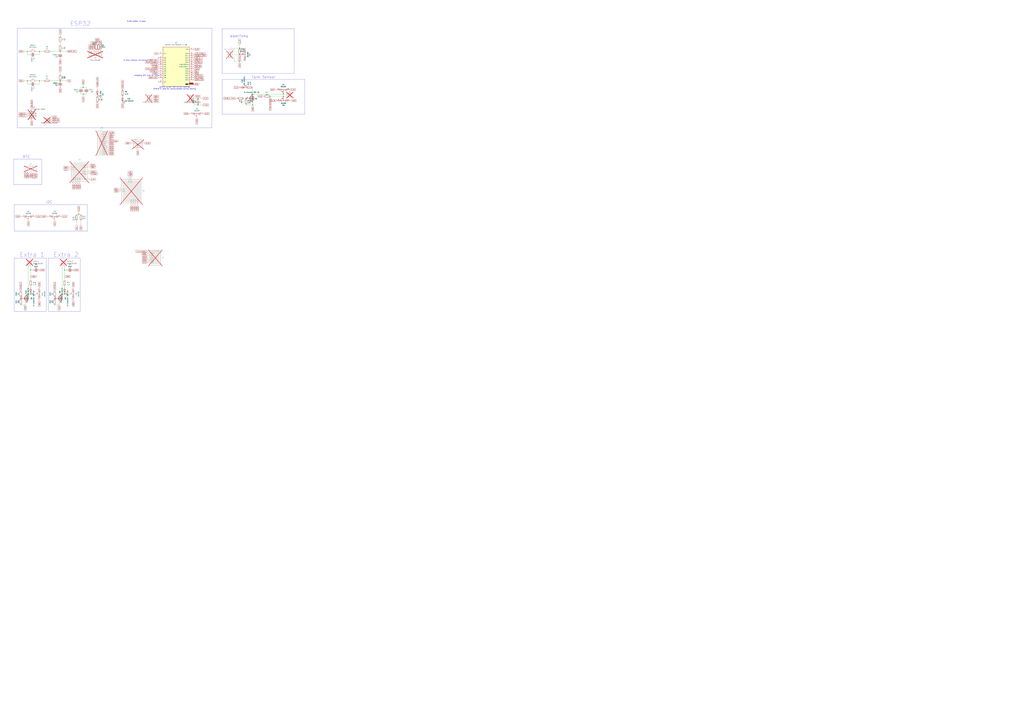
<source format=kicad_sch>
(kicad_sch
	(version 20250114)
	(generator "eeschema")
	(generator_version "9.0")
	(uuid "c26e8d55-0b6e-4c4e-b7c8-b1fed973201c")
	(paper "A0")
	(title_block
		(title "Plant Controller")
		(date "2020-12-21")
		(rev "0.4a")
		(company "C3MA")
	)
	
	(rectangle
		(start 16.51 237.744)
		(end 101.346 268.732)
		(stroke
			(width 0)
			(type default)
		)
		(fill
			(type none)
		)
		(uuid 1ed1aee0-8efb-486a-a550-066a86d5c669)
	)
	(rectangle
		(start 257.81 33.274)
		(end 341.63 85.344)
		(stroke
			(width 0)
			(type default)
		)
		(fill
			(type none)
		)
		(uuid 233c0351-cfd2-4f9e-b811-79c52fcb584d)
	)
	(rectangle
		(start 20.066 32.766)
		(end 246.126 148.59)
		(stroke
			(width 0)
			(type default)
		)
		(fill
			(type none)
		)
		(uuid 3a95b9e0-53dd-4840-b8fb-c11074eed081)
	)
	(rectangle
		(start 257.937 92.329)
		(end 354.076 132.715)
		(stroke
			(width 0)
			(type default)
		)
		(fill
			(type none)
		)
		(uuid 401e2773-4d08-4857-a7c2-f2ab6055fbac)
	)
	(rectangle
		(start 56.134 299.72)
		(end 92.964 361.95)
		(stroke
			(width 0)
			(type default)
		)
		(fill
			(type none)
		)
		(uuid 4b87a272-0a96-40f8-a42c-0bb4a8b95af2)
	)
	(rectangle
		(start 16.764 299.72)
		(end 53.594 361.95)
		(stroke
			(width 0)
			(type default)
		)
		(fill
			(type none)
		)
		(uuid 9180d8ab-03ef-414a-9b16-36a21edb22c2)
	)
	(rectangle
		(start 15.748 184.912)
		(end 48.26 214.63)
		(stroke
			(width 0)
			(type default)
		)
		(fill
			(type none)
		)
		(uuid f1cb09e6-74b4-43c4-8247-c9f441069dc5)
	)
	(text "GPIO21 pulses high during flashing!\nGPIO19 is used for communication during flashing"
		(exclude_from_sim no)
		(at 202.692 102.362 0)
		(effects
			(font
				(size 1.27 1.27)
			)
		)
		(uuid "2195adc7-ab0b-4ee3-aa2e-b2786571de43")
	)
	(text "To Allow Wakeup via interrupt"
		(exclude_from_sim no)
		(at 157.734 70.104 0)
		(effects
			(font
				(size 1.27 1.27)
			)
		)
		(uuid "2a2b2787-1ab7-4400-91a4-ad0dd84a1701")
	)
	(text "ESP32"
		(exclude_from_sim no)
		(at 81.28 30.48 0)
		(effects
			(font
				(size 5 5)
			)
			(justify left bottom)
		)
		(uuid "3279e749-d62b-45dc-920c-a4d4fc61f21f")
	)
	(text "Tank Sensor"
		(exclude_from_sim no)
		(at 292.1 91.44 0)
		(effects
			(font
				(size 3 3)
			)
			(justify left bottom)
		)
		(uuid "45d00ce1-d24d-4745-b54e-c4c2e50e0191")
	)
	(text "WaterTemp"
		(exclude_from_sim no)
		(at 266.954 43.688 0)
		(effects
			(font
				(size 2.667 2.667)
			)
			(justify left bottom)
		)
		(uuid "59c9990c-80fa-43e9-8e04-020dc8e86397")
	)
	(text "strapping pint must be high"
		(exclude_from_sim no)
		(at 169.672 87.63 0)
		(effects
			(font
				(size 1.27 1.27)
			)
		)
		(uuid "7b27cd3b-0694-416b-8a4d-db02b61ad3f5")
	)
	(text "Extra 2"
		(exclude_from_sim no)
		(at 61.976 299.212 0)
		(effects
			(font
				(size 5.2578 5.2578)
			)
			(justify left bottom)
		)
		(uuid "7d4d3c2e-0309-4db4-bb1b-ebcee691b404")
	)
	(text "I2C\n"
		(exclude_from_sim no)
		(at 53.34 236.728 0)
		(effects
			(font
				(size 3 3)
			)
			(justify left bottom)
		)
		(uuid "7ded9190-4a97-4053-98a7-9fc80b60531c")
	)
	(text "RTC"
		(exclude_from_sim no)
		(at 26.416 184.15 0)
		(effects
			(font
				(size 3 3)
			)
			(justify left bottom)
		)
		(uuid "9240960d-2696-4574-a275-d22681c8f19f")
	)
	(text "Extra 1"
		(exclude_from_sim no)
		(at 22.606 299.212 0)
		(effects
			(font
				(size 5.2578 5.2578)
			)
			(justify left bottom)
		)
		(uuid "bb806151-ed93-4260-a513-d3f8a6d3ffec")
	)
	(text "PUMP_ENABLE is dead"
		(exclude_from_sim no)
		(at 158.242 24.892 0)
		(effects
			(font
				(size 1.27 1.27)
			)
		)
		(uuid "f55c64b8-30c5-485a-856a-ebed595657ec")
	)
	(junction
		(at 31.75 59.69)
		(diameter 0)
		(color 0 0 0 0)
		(uuid "0c801748-df91-4145-83f3-9b19cb585cd0")
	)
	(junction
		(at 35.56 341.63)
		(diameter 0)
		(color 0 0 0 0)
		(uuid "2bef4bea-bb62-4daf-b15b-75895c8a59b4")
	)
	(junction
		(at 33.02 341.63)
		(diameter 0)
		(color 0 0 0 0)
		(uuid "2bf0bdd6-2ca0-4de5-a401-4629c798d1e3")
	)
	(junction
		(at 69.85 59.69)
		(diameter 0)
		(color 0 0 0 0)
		(uuid "44bf766d-2222-4637-ada1-6cbff94abbf8")
	)
	(junction
		(at 278.13 63.5)
		(diameter 0)
		(color 0 0 0 0)
		(uuid "46c0ba75-4154-464f-9e5c-4307b07d2698")
	)
	(junction
		(at 91.44 248.92)
		(diameter 0)
		(color 0 0 0 0)
		(uuid "59cefdea-f0fc-4a2c-8ab5-1fb284bbff64")
	)
	(junction
		(at 35.56 313.69)
		(diameter 0)
		(color 0 0 0 0)
		(uuid "7c4ad104-5060-4b7f-8d45-809ed7f43289")
	)
	(junction
		(at 229.87 121.92)
		(diameter 0)
		(color 0 0 0 0)
		(uuid "80d65bc6-dba9-4812-bdea-0cc2f75d7859")
	)
	(junction
		(at 45.72 59.69)
		(diameter 0)
		(color 0 0 0 0)
		(uuid "a3104c80-278d-416a-b409-fd08d784c6c7")
	)
	(junction
		(at 293.37 121.92)
		(diameter 0)
		(color 0 0 0 0)
		(uuid "a9f9fd58-5fa0-4a3e-95c3-fc0252fa5af0")
	)
	(junction
		(at 285.75 114.3)
		(diameter 0)
		(color 0 0 0 0)
		(uuid "b0e4d6c4-9f37-4b7c-a61f-79c11d6c2915")
	)
	(junction
		(at 328.93 109.22)
		(diameter 0)
		(color 0 0 0 0)
		(uuid "b45885ae-1b76-41c5-80ca-f3da7767748a")
	)
	(junction
		(at 24.13 346.71)
		(diameter 0)
		(color 0 0 0 0)
		(uuid "c29ddec9-e0e6-459d-aa76-01ba1da21bc6")
	)
	(junction
		(at 45.72 93.98)
		(diameter 0)
		(color 0 0 0 0)
		(uuid "c39add44-ba76-41fb-8f18-28fa0366e282")
	)
	(junction
		(at 293.37 109.22)
		(diameter 0)
		(color 0 0 0 0)
		(uuid "ca4591fd-bdc7-468a-a08c-130470748ee6")
	)
	(junction
		(at 72.39 341.63)
		(diameter 0)
		(color 0 0 0 0)
		(uuid "cd5c9130-70fb-4c6b-8ad5-eb6ea3ac0bdb")
	)
	(junction
		(at 31.75 93.98)
		(diameter 0)
		(color 0 0 0 0)
		(uuid "d2b0a197-1410-44de-bdc3-e63959ff5b39")
	)
	(junction
		(at 313.69 111.76)
		(diameter 0)
		(color 0 0 0 0)
		(uuid "d5a62d30-8595-4b2d-b77f-2c8c05e3af0b")
	)
	(junction
		(at 278.13 71.12)
		(diameter 0)
		(color 0 0 0 0)
		(uuid "d799f9e7-9ba0-4c73-ab01-d2e64da7f370")
	)
	(junction
		(at 229.87 114.3)
		(diameter 0)
		(color 0 0 0 0)
		(uuid "d87ec7ee-a984-4873-af6a-591dbaf9505a")
	)
	(junction
		(at 74.93 313.69)
		(diameter 0)
		(color 0 0 0 0)
		(uuid "db211aab-6cf1-4a4c-b2bd-2355f82384e0")
	)
	(junction
		(at 328.93 111.76)
		(diameter 0)
		(color 0 0 0 0)
		(uuid "df6d7758-99c5-489b-9654-8c13c4c38e3d")
	)
	(junction
		(at 278.13 55.88)
		(diameter 0)
		(color 0 0 0 0)
		(uuid "e02eebd3-438f-4aea-a333-95525a446142")
	)
	(junction
		(at 96.52 109.22)
		(diameter 0)
		(color 0 0 0 0)
		(uuid "eccbfa59-0c6d-47df-8d18-db1d8a427072")
	)
	(junction
		(at 69.85 93.98)
		(diameter 0)
		(color 0 0 0 0)
		(uuid "ed603a96-a752-490d-9f6b-e11a5c28a267")
	)
	(junction
		(at 96.52 101.6)
		(diameter 0)
		(color 0 0 0 0)
		(uuid "f1a67806-2122-488a-be9e-3def99cac9b4")
	)
	(junction
		(at 74.93 341.63)
		(diameter 0)
		(color 0 0 0 0)
		(uuid "f411ed64-9cd8-41e6-9c45-19388dc3fd14")
	)
	(junction
		(at 63.5 346.71)
		(diameter 0)
		(color 0 0 0 0)
		(uuid "fb2b919c-6424-4e40-bed3-beeb848f4f99")
	)
	(no_connect
		(at 31.75 200.66)
		(uuid "133b7027-41a1-4e09-a1e6-24d8bb033b2a")
	)
	(no_connect
		(at 184.15 67.31)
		(uuid "6d645bf1-339f-4b38-a26a-bdd168ca591e")
	)
	(no_connect
		(at 41.91 134.62)
		(uuid "6e3bf7f5-ac34-42e8-8ef5-a375f9ec4670")
	)
	(no_connect
		(at 29.21 200.66)
		(uuid "a8b1637e-8d2e-4941-b9bd-532be9ff9ba7")
	)
	(no_connect
		(at 41.91 132.08)
		(uuid "d86b8e60-6beb-4fca-8d73-f997d63653a6")
	)
	(no_connect
		(at 184.15 87.63)
		(uuid "f3c5dacd-33c5-408d-ad7a-be143502967e")
	)
	(wire
		(pts
			(xy 41.91 63.5) (xy 45.72 63.5)
		)
		(stroke
			(width 0)
			(type default)
		)
		(uuid "0177a789-58ee-4342-a75b-6dc9759a0292")
	)
	(wire
		(pts
			(xy 74.93 341.63) (xy 80.01 341.63)
		)
		(stroke
			(width 0)
			(type default)
		)
		(uuid "120ebb1b-6e37-49ed-b620-6eb109e270e3")
	)
	(wire
		(pts
			(xy 71.12 351.79) (xy 68.58 351.79)
		)
		(stroke
			(width 0)
			(type default)
		)
		(uuid "12d48094-20d6-4dd4-9b87-9b37592b7583")
	)
	(wire
		(pts
			(xy 96.52 109.22) (xy 96.52 111.76)
		)
		(stroke
			(width 0)
			(type default)
		)
		(uuid "1ab70c7f-b32b-445d-9855-6db940558137")
	)
	(wire
		(pts
			(xy 43.18 59.69) (xy 45.72 59.69)
		)
		(stroke
			(width 0)
			(type default)
		)
		(uuid "1ca63fb6-baf6-4191-bb5e-78a70eea690f")
	)
	(wire
		(pts
			(xy 229.87 114.3) (xy 234.95 114.3)
		)
		(stroke
			(width 0)
			(type default)
		)
		(uuid "1ee75389-371d-4303-a4c9-a6fef7dc46c8")
	)
	(wire
		(pts
			(xy 69.85 93.98) (xy 77.47 93.98)
		)
		(stroke
			(width 0)
			(type default)
		)
		(uuid "21cbfe94-5ca9-4e05-91f8-af8286db52f0")
	)
	(wire
		(pts
			(xy 275.59 114.3) (xy 274.32 114.3)
		)
		(stroke
			(width 0)
			(type default)
		)
		(uuid "2b5e2002-4910-4b28-b2af-64df078c8f37")
	)
	(wire
		(pts
			(xy 24.13 345.44) (xy 24.13 346.71)
		)
		(stroke
			(width 0)
			(type default)
		)
		(uuid "2daf10fb-bf25-4624-8b12-9ecb2739a811")
	)
	(wire
		(pts
			(xy 34.29 97.79) (xy 31.75 97.79)
		)
		(stroke
			(width 0)
			(type default)
		)
		(uuid "31699884-19e8-4f5a-acb0-7aab16d601da")
	)
	(wire
		(pts
			(xy 45.72 63.5) (xy 45.72 59.69)
		)
		(stroke
			(width 0)
			(type default)
		)
		(uuid "31bf5f35-13b7-4fbb-8116-6685511be1f0")
	)
	(wire
		(pts
			(xy 29.21 351.79) (xy 29.21 354.33)
		)
		(stroke
			(width 0)
			(type default)
		)
		(uuid "31ffa7ad-1b60-4f81-a75d-759e6c99fc66")
	)
	(wire
		(pts
			(xy 35.56 313.69) (xy 35.56 309.88)
		)
		(stroke
			(width 0)
			(type default)
		)
		(uuid "3485c98e-42fd-4962-baeb-f49dc1271407")
	)
	(wire
		(pts
			(xy 278.13 52.07) (xy 278.13 55.88)
		)
		(stroke
			(width 0)
			(type default)
		)
		(uuid "36492ecb-e83c-44ed-bce9-108634ac94ff")
	)
	(wire
		(pts
			(xy 35.56 341.63) (xy 40.64 341.63)
		)
		(stroke
			(width 0)
			(type default)
		)
		(uuid "398bc1ad-11e7-49fc-bab0-36ac7dcafc65")
	)
	(wire
		(pts
			(xy 31.75 351.79) (xy 29.21 351.79)
		)
		(stroke
			(width 0)
			(type default)
		)
		(uuid "3a08e8bf-f632-4ee9-8c81-38720a917cf3")
	)
	(wire
		(pts
			(xy 96.52 101.6) (xy 100.33 101.6)
		)
		(stroke
			(width 0)
			(type default)
		)
		(uuid "3dce1630-8f07-4681-bb48-60204f907b65")
	)
	(wire
		(pts
			(xy 74.93 313.69) (xy 74.93 325.12)
		)
		(stroke
			(width 0)
			(type default)
		)
		(uuid "3ff42459-900c-4649-bbc4-ab8737f50082")
	)
	(wire
		(pts
			(xy 72.39 309.88) (xy 72.39 341.63)
		)
		(stroke
			(width 0)
			(type default)
		)
		(uuid "44ae3783-0bc5-433b-8db2-8b8f87531e12")
	)
	(wire
		(pts
			(xy 226.06 114.3) (xy 229.87 114.3)
		)
		(stroke
			(width 0)
			(type default)
		)
		(uuid "44b868eb-c1c8-4396-a25b-1ed4bffa5df2")
	)
	(wire
		(pts
			(xy 271.78 55.88) (xy 278.13 55.88)
		)
		(stroke
			(width 0)
			(type default)
		)
		(uuid "466941da-e72c-4754-9ae3-e5f3e0803017")
	)
	(wire
		(pts
			(xy 320.04 104.14) (xy 321.31 104.14)
		)
		(stroke
			(width 0)
			(type default)
		)
		(uuid "4763bbcb-eda9-4ab0-ad66-1b29bb694dd2")
	)
	(wire
		(pts
			(xy 31.75 59.69) (xy 33.02 59.69)
		)
		(stroke
			(width 0)
			(type default)
		)
		(uuid "483615ee-41ef-48f3-bab8-747913a3b96f")
	)
	(wire
		(pts
			(xy 74.93 313.69) (xy 74.93 309.88)
		)
		(stroke
			(width 0)
			(type default)
		)
		(uuid "4856e7d5-dad7-4499-8e48-3f7304874107")
	)
	(wire
		(pts
			(xy 35.56 313.69) (xy 38.1 313.69)
		)
		(stroke
			(width 0)
			(type default)
		)
		(uuid "4abb9a39-702d-4e8c-a8d7-0cf6650dcf1a")
	)
	(wire
		(pts
			(xy 69.85 86.36) (xy 69.85 83.82)
		)
		(stroke
			(width 0)
			(type default)
		)
		(uuid "4bb38bb9-7c08-4826-a42b-21192907f190")
	)
	(wire
		(pts
			(xy 69.85 59.69) (xy 77.47 59.69)
		)
		(stroke
			(width 0)
			(type default)
		)
		(uuid "5256d83b-af0e-4569-b35e-4538fa9f0c95")
	)
	(wire
		(pts
			(xy 31.75 93.98) (xy 31.75 97.79)
		)
		(stroke
			(width 0)
			(type default)
		)
		(uuid "536ecfb7-07b7-4bf3-b53a-4fdb8c0b7f89")
	)
	(wire
		(pts
			(xy 45.72 59.69) (xy 50.8 59.69)
		)
		(stroke
			(width 0)
			(type default)
		)
		(uuid "54ca3150-def0-4bc3-8825-96aab67dcdc1")
	)
	(wire
		(pts
			(xy 69.85 49.53) (xy 69.85 52.07)
		)
		(stroke
			(width 0)
			(type default)
		)
		(uuid "55bd0438-7295-46aa-bd32-0ce2fda20b0b")
	)
	(wire
		(pts
			(xy 293.37 109.22) (xy 328.93 109.22)
		)
		(stroke
			(width 0)
			(type default)
		)
		(uuid "60a62d88-28f4-4168-abad-a0a075987d66")
	)
	(wire
		(pts
			(xy 219.71 132.08) (xy 220.98 132.08)
		)
		(stroke
			(width 0)
			(type default)
		)
		(uuid "62e15c17-7df5-475e-b103-0d4f69dd85c3")
	)
	(wire
		(pts
			(xy 226.06 116.84) (xy 226.06 121.92)
		)
		(stroke
			(width 0)
			(type default)
		)
		(uuid "644eabac-1c27-416e-bf4d-750948deadf2")
	)
	(wire
		(pts
			(xy 27.94 93.98) (xy 31.75 93.98)
		)
		(stroke
			(width 0)
			(type default)
		)
		(uuid "658cd722-822e-4271-af54-fd25a45efbeb")
	)
	(wire
		(pts
			(xy 74.93 334.01) (xy 74.93 332.74)
		)
		(stroke
			(width 0)
			(type default)
		)
		(uuid "666ce09a-0a0c-491a-bb39-4cbbb328181f")
	)
	(wire
		(pts
			(xy 72.39 341.63) (xy 71.12 341.63)
		)
		(stroke
			(width 0)
			(type default)
		)
		(uuid "6d047e78-eceb-4684-ac3f-c76ea2db8034")
	)
	(wire
		(pts
			(xy 69.85 59.69) (xy 69.85 60.96)
		)
		(stroke
			(width 0)
			(type default)
		)
		(uuid "700ef27d-1afc-4474-9c7e-7495dfb2cd41")
	)
	(wire
		(pts
			(xy 91.44 246.38) (xy 91.44 248.92)
		)
		(stroke
			(width 0)
			(type default)
		)
		(uuid "70866635-ddea-48d8-8718-83534d7ee14b")
	)
	(wire
		(pts
			(xy 96.52 99.06) (xy 96.52 101.6)
		)
		(stroke
			(width 0)
			(type default)
		)
		(uuid "722ee4f9-72ec-47c5-8af9-2593b457c9f6")
	)
	(wire
		(pts
			(xy 63.5 345.44) (xy 63.5 346.71)
		)
		(stroke
			(width 0)
			(type default)
		)
		(uuid "74091b03-ef55-4172-9d0a-d152352c23d4")
	)
	(wire
		(pts
			(xy 93.98 101.6) (xy 96.52 101.6)
		)
		(stroke
			(width 0)
			(type default)
		)
		(uuid "74b2227a-fa56-4549-b733-9557b9413712")
	)
	(wire
		(pts
			(xy 45.72 93.98) (xy 45.72 97.79)
		)
		(stroke
			(width 0)
			(type default)
		)
		(uuid "76babe23-9fed-45a3-9579-567c56af29ba")
	)
	(wire
		(pts
			(xy 33.02 341.63) (xy 35.56 341.63)
		)
		(stroke
			(width 0)
			(type default)
		)
		(uuid "79efefe3-2f9a-4adc-8d8e-3d3c4fd080ba")
	)
	(wire
		(pts
			(xy 34.29 63.5) (xy 31.75 63.5)
		)
		(stroke
			(width 0)
			(type default)
		)
		(uuid "7d485185-3d6f-4ba3-a470-0c5cd8a21f08")
	)
	(wire
		(pts
			(xy 31.75 93.98) (xy 33.02 93.98)
		)
		(stroke
			(width 0)
			(type default)
		)
		(uuid "7e0b43c8-36f8-4add-a349-afdc2cb53952")
	)
	(wire
		(pts
			(xy 271.78 71.12) (xy 278.13 71.12)
		)
		(stroke
			(width 0)
			(type default)
		)
		(uuid "80434ffa-f919-4d72-8038-56a22544dbf9")
	)
	(wire
		(pts
			(xy 93.98 109.22) (xy 96.52 109.22)
		)
		(stroke
			(width 0)
			(type default)
		)
		(uuid "8407ac68-3faf-4589-b1de-98116c7b6a4f")
	)
	(wire
		(pts
			(xy 278.13 63.5) (xy 279.4 63.5)
		)
		(stroke
			(width 0)
			(type default)
		)
		(uuid "85d1d84c-fd22-4545-baea-ced839ab08b1")
	)
	(wire
		(pts
			(xy 24.13 251.46) (xy 25.4 251.46)
		)
		(stroke
			(width 0)
			(type default)
		)
		(uuid "8c027af5-0ec1-4c51-959c-ea99286f05f4")
	)
	(wire
		(pts
			(xy 113.03 101.6) (xy 113.03 104.14)
		)
		(stroke
			(width 0)
			(type default)
		)
		(uuid "906456f1-74dc-4cc0-8aa6-e1b12a5b0326")
	)
	(wire
		(pts
			(xy 271.78 66.04) (xy 271.78 71.12)
		)
		(stroke
			(width 0)
			(type default)
		)
		(uuid "91e75e41-3d05-4931-9e4d-b6a0534378d1")
	)
	(wire
		(pts
			(xy 285.75 121.92) (xy 293.37 121.92)
		)
		(stroke
			(width 0)
			(type default)
		)
		(uuid "91ee550a-c477-47ca-85c9-86517cb173f8")
	)
	(wire
		(pts
			(xy 68.58 351.79) (xy 68.58 354.33)
		)
		(stroke
			(width 0)
			(type default)
		)
		(uuid "93314357-f2cf-4957-a6b1-9d033873da88")
	)
	(wire
		(pts
			(xy 293.37 121.92) (xy 293.37 123.19)
		)
		(stroke
			(width 0)
			(type default)
		)
		(uuid "93c0481b-aacd-483f-a8cc-de3fae8dd8cf")
	)
	(wire
		(pts
			(xy 88.9 256.54) (xy 88.9 261.62)
		)
		(stroke
			(width 0)
			(type default)
		)
		(uuid "93c17db2-793e-4a58-8c7e-ff5af9ec0b01")
	)
	(wire
		(pts
			(xy 226.06 121.92) (xy 229.87 121.92)
		)
		(stroke
			(width 0)
			(type default)
		)
		(uuid "97d339c5-225b-44e6-942d-fe692ed2713c")
	)
	(wire
		(pts
			(xy 278.13 71.12) (xy 284.48 71.12)
		)
		(stroke
			(width 0)
			(type default)
		)
		(uuid "99c7b492-11b3-4968-bb47-e0e498beb4f4")
	)
	(wire
		(pts
			(xy 93.98 261.62) (xy 93.98 256.54)
		)
		(stroke
			(width 0)
			(type default)
		)
		(uuid "a0dea2ad-b1d7-490e-8617-4f6f933c9a95")
	)
	(wire
		(pts
			(xy 58.42 93.98) (xy 69.85 93.98)
		)
		(stroke
			(width 0)
			(type default)
		)
		(uuid "a650c4ef-35d1-41cc-a1b8-2f4d039def3e")
	)
	(wire
		(pts
			(xy 45.72 93.98) (xy 50.8 93.98)
		)
		(stroke
			(width 0)
			(type default)
		)
		(uuid "a6f20c79-82b3-4cbc-a418-b3e892edf979")
	)
	(wire
		(pts
			(xy 229.87 121.92) (xy 234.95 121.92)
		)
		(stroke
			(width 0)
			(type default)
		)
		(uuid "a9a80599-37da-40a1-aecd-15d6cb538347")
	)
	(wire
		(pts
			(xy 41.91 97.79) (xy 45.72 97.79)
		)
		(stroke
			(width 0)
			(type default)
		)
		(uuid "b0727bbf-4aa0-4f1f-a393-5a2444607ca8")
	)
	(wire
		(pts
			(xy 43.18 93.98) (xy 45.72 93.98)
		)
		(stroke
			(width 0)
			(type default)
		)
		(uuid "b34bc502-57b5-42ca-a1e3-e37a6b18fa8a")
	)
	(wire
		(pts
			(xy 293.37 121.92) (xy 293.37 119.38)
		)
		(stroke
			(width 0)
			(type default)
		)
		(uuid "b5a66bcd-3d77-4fc3-a7ef-9522ea59d5b4")
	)
	(wire
		(pts
			(xy 278.13 71.12) (xy 278.13 72.39)
		)
		(stroke
			(width 0)
			(type default)
		)
		(uuid "b8e1344d-eebb-405e-bf45-bf7286818846")
	)
	(wire
		(pts
			(xy 72.39 341.63) (xy 74.93 341.63)
		)
		(stroke
			(width 0)
			(type default)
		)
		(uuid "bcbdfbfe-813b-406c-8e78-ecf377694e4b")
	)
	(wire
		(pts
			(xy 278.13 55.88) (xy 284.48 55.88)
		)
		(stroke
			(width 0)
			(type default)
		)
		(uuid "c3c4e6a5-ffd0-4949-b1ed-9dbac4816a31")
	)
	(wire
		(pts
			(xy 31.75 63.5) (xy 31.75 59.69)
		)
		(stroke
			(width 0)
			(type default)
		)
		(uuid "c64f7182-b1d1-414b-8311-bf9c8def56b0")
	)
	(wire
		(pts
			(xy 27.94 59.69) (xy 31.75 59.69)
		)
		(stroke
			(width 0)
			(type default)
		)
		(uuid "c80e2422-7139-49dc-b3f9-625263c3cdf8")
	)
	(wire
		(pts
			(xy 293.37 101.6) (xy 293.37 109.22)
		)
		(stroke
			(width 0)
			(type default)
		)
		(uuid "cad969f2-74fc-4d70-ae1a-5f7c9f1fafe5")
	)
	(wire
		(pts
			(xy 313.69 111.76) (xy 313.69 113.03)
		)
		(stroke
			(width 0)
			(type default)
		)
		(uuid "d015eee5-e700-4aae-9740-7584ac86f2dc")
	)
	(wire
		(pts
			(xy 69.85 40.64) (xy 69.85 41.91)
		)
		(stroke
			(width 0)
			(type default)
		)
		(uuid "d32bf4e8-ecff-4ac9-ad29-ae1c8bda82d7")
	)
	(wire
		(pts
			(xy 33.02 341.63) (xy 31.75 341.63)
		)
		(stroke
			(width 0)
			(type default)
		)
		(uuid "d3a8bba0-f6b8-492c-bd32-cf4f52b3a460")
	)
	(wire
		(pts
			(xy 271.78 60.96) (xy 271.78 55.88)
		)
		(stroke
			(width 0)
			(type default)
		)
		(uuid "db1449f4-7508-4d35-a59d-651f6bb67398")
	)
	(wire
		(pts
			(xy 68.58 354.33) (xy 63.5 354.33)
		)
		(stroke
			(width 0)
			(type default)
		)
		(uuid "de6ae241-6a11-4acc-aa73-4a79d3e05390")
	)
	(wire
		(pts
			(xy 328.93 111.76) (xy 331.47 111.76)
		)
		(stroke
			(width 0)
			(type default)
		)
		(uuid "e1cb434d-ad4f-4f8f-9de9-d90ae9cd1c77")
	)
	(wire
		(pts
			(xy 283.21 114.3) (xy 285.75 114.3)
		)
		(stroke
			(width 0)
			(type default)
		)
		(uuid "e2df7712-ab61-410a-b1b8-e5fe74794534")
	)
	(wire
		(pts
			(xy 54.61 251.46) (xy 55.88 251.46)
		)
		(stroke
			(width 0)
			(type default)
		)
		(uuid "e3114c64-3a58-46b0-a670-c83661c7de49")
	)
	(wire
		(pts
			(xy 313.69 111.76) (xy 328.93 111.76)
		)
		(stroke
			(width 0)
			(type default)
		)
		(uuid "ed1859d2-f596-4cb5-a5ad-7acc9d34a435")
	)
	(wire
		(pts
			(xy 35.56 313.69) (xy 35.56 325.12)
		)
		(stroke
			(width 0)
			(type default)
		)
		(uuid "ed1fd11f-d09d-48a9-9ccc-935ebda3f31e")
	)
	(wire
		(pts
			(xy 58.42 59.69) (xy 69.85 59.69)
		)
		(stroke
			(width 0)
			(type default)
		)
		(uuid "efe43904-6098-445c-abdc-2bc8ca9294e5")
	)
	(wire
		(pts
			(xy 328.93 109.22) (xy 331.47 109.22)
		)
		(stroke
			(width 0)
			(type default)
		)
		(uuid "f0fe1774-fe0e-4df8-8b74-3ff52c87b757")
	)
	(wire
		(pts
			(xy 337.82 116.84) (xy 336.55 116.84)
		)
		(stroke
			(width 0)
			(type default)
		)
		(uuid "f1a50e89-e842-4523-8212-2d0c94809628")
	)
	(wire
		(pts
			(xy 96.52 109.22) (xy 100.33 109.22)
		)
		(stroke
			(width 0)
			(type default)
		)
		(uuid "f1c085fa-3dc9-4e20-974e-d9de9c622474")
	)
	(wire
		(pts
			(xy 29.21 354.33) (xy 24.13 354.33)
		)
		(stroke
			(width 0)
			(type default)
		)
		(uuid "f2e01eb8-dda0-4f4c-a50c-8fd5751acfb1")
	)
	(wire
		(pts
			(xy 35.56 334.01) (xy 35.56 332.74)
		)
		(stroke
			(width 0)
			(type default)
		)
		(uuid "f3bf6e36-aa7c-4ac8-8639-188ecb6b8e30")
	)
	(wire
		(pts
			(xy 88.9 248.92) (xy 91.44 248.92)
		)
		(stroke
			(width 0)
			(type default)
		)
		(uuid "f5e7d45d-4790-4305-9401-f604f4076991")
	)
	(wire
		(pts
			(xy 271.78 63.5) (xy 278.13 63.5)
		)
		(stroke
			(width 0)
			(type default)
		)
		(uuid "f9c01c92-19e3-4daa-9743-ed08778d5561")
	)
	(wire
		(pts
			(xy 33.02 309.88) (xy 33.02 341.63)
		)
		(stroke
			(width 0)
			(type default)
		)
		(uuid "fa43ccc0-370c-4fdb-a0d8-dd3f4f7e79e7")
	)
	(wire
		(pts
			(xy 74.93 313.69) (xy 77.47 313.69)
		)
		(stroke
			(width 0)
			(type default)
		)
		(uuid "fcaf42a8-4767-4fa9-907c-897f08df9f9c")
	)
	(wire
		(pts
			(xy 91.44 248.92) (xy 93.98 248.92)
		)
		(stroke
			(width 0)
			(type default)
		)
		(uuid "ff6dab05-366f-49e5-b875-92ab1629809b")
	)
	(global_label "GND"
		(shape input)
		(at 85.09 334.01 90)
		(fields_autoplaced yes)
		(effects
			(font
				(size 1.27 1.27)
			)
			(justify left)
		)
		(uuid "01f0ce47-812c-4593-960f-ca9592317683")
		(property "Intersheetrefs" "${INTERSHEET_REFS}"
			(at 85.09 327.1543 90)
			(effects
				(font
					(size 1.27 1.27)
				)
				(justify left)
				(hide yes)
			)
		)
	)
	(global_label "TANK_SENSOR"
		(shape input)
		(at 184.15 80.01 180)
		(fields_autoplaced yes)
		(effects
			(font
				(size 1.27 1.27)
			)
			(justify right)
		)
		(uuid "0277878d-a4a6-4231-8b67-d156df63670e")
		(property "Intersheetrefs" "${INTERSHEET_REFS}"
			(at 168.6957 80.01 0)
			(effects
				(font
					(size 1.27 1.27)
				)
				(justify right)
				(hide yes)
			)
		)
	)
	(global_label "GND"
		(shape input)
		(at 337.82 116.84 0)
		(fields_autoplaced yes)
		(effects
			(font
				(size 1.27 1.27)
			)
			(justify left)
		)
		(uuid "05c81bef-81a5-4a36-ab49-e60fb7156524")
		(property "Intersheetrefs" "${INTERSHEET_REFS}"
			(at 343.9421 116.84 0)
			(effects
				(font
					(size 1.27 1.27)
				)
				(justify left)
				(hide yes)
			)
		)
	)
	(global_label "3_3V"
		(shape input)
		(at 321.31 116.84 180)
		(fields_autoplaced yes)
		(effects
			(font
				(size 1.27 1.27)
			)
			(justify right)
		)
		(uuid "05d6d37f-4aa5-4dd8-a14c-e60a7d890ed1")
		(property "Intersheetrefs" "${INTERSHEET_REFS}"
			(at 314.5832 116.84 0)
			(effects
				(font
					(size 1.27 1.27)
				)
				(justify right)
				(hide yes)
			)
		)
	)
	(global_label "VBAT"
		(shape input)
		(at 152.4 205.74 90)
		(fields_autoplaced yes)
		(effects
			(font
				(size 1.27 1.27)
			)
			(justify left)
		)
		(uuid "06c8a595-7bf2-4dd7-a4f0-ac17b2d46649")
		(property "Intersheetrefs" "${INTERSHEET_REFS}"
			(at 152.4 198.9942 90)
			(effects
				(font
					(size 1.27 1.27)
				)
				(justify left)
				(hide yes)
			)
		)
	)
	(global_label "GND"
		(shape input)
		(at 320.04 104.14 180)
		(fields_autoplaced yes)
		(effects
			(font
				(size 1.27 1.27)
			)
			(justify right)
		)
		(uuid "07eb776c-3b6c-493d-938d-f5eeb93bb30f")
		(property "Intersheetrefs" "${INTERSHEET_REFS}"
			(at 313.9179 104.14 0)
			(effects
				(font
					(size 1.27 1.27)
				)
				(justify right)
				(hide yes)
			)
		)
	)
	(global_label "GND"
		(shape input)
		(at 96.52 99.06 90)
		(fields_autoplaced yes)
		(effects
			(font
				(size 1.27 1.27)
			)
			(justify left)
		)
		(uuid "07f2735a-5fa4-495f-a960-1a2fafe677bd")
		(property "Intersheetrefs" "${INTERSHEET_REFS}"
			(at 96.52 92.9379 90)
			(effects
				(font
					(size 1.27 1.27)
				)
				(justify left)
				(hide yes)
			)
		)
	)
	(global_label "3_3V"
		(shape input)
		(at 149.86 205.74 90)
		(fields_autoplaced yes)
		(effects
			(font
				(size 1.27 1.27)
			)
			(justify left)
		)
		(uuid "09a7e979-4a18-4d80-a7c2-c9c10cdbfd9d")
		(property "Intersheetrefs" "${INTERSHEET_REFS}"
			(at 149.86 198.9338 90)
			(effects
				(font
					(size 1.27 1.27)
				)
				(justify left)
				(hide yes)
			)
		)
	)
	(global_label "GND"
		(shape input)
		(at 226.06 111.76 0)
		(fields_autoplaced yes)
		(effects
			(font
				(size 1.27 1.27)
			)
			(justify left)
		)
		(uuid "09df9ed6-1e8f-41ca-830c-ab300f318c83")
		(property "Intersheetrefs" "${INTERSHEET_REFS}"
			(at 232.2615 111.76 0)
			(effects
				(font
					(size 1.27 1.27)
				)
				(justify left)
				(hide yes)
			)
		)
	)
	(global_label "WORKING"
		(shape input)
		(at 224.79 87.63 0)
		(fields_autoplaced yes)
		(effects
			(font
				(size 1.27 1.27)
			)
			(justify left)
		)
		(uuid "0af53f6a-ea11-4d73-a8d1-f63ebcdc2e54")
		(property "Intersheetrefs" "${INTERSHEET_REFS}"
			(at 235.6482 87.63 0)
			(effects
				(font
					(size 1.27 1.27)
				)
				(justify left)
				(hide yes)
			)
		)
	)
	(global_label "Charge"
		(shape input)
		(at 184.15 74.93 180)
		(fields_autoplaced yes)
		(effects
			(font
				(size 1.27 1.27)
			)
			(justify right)
		)
		(uuid "0d0161bc-7240-4eee-8726-d1822cffb0f6")
		(property "Intersheetrefs" "${INTERSHEET_REFS}"
			(at 175.2272 74.93 0)
			(effects
				(font
					(size 1.27 1.27)
				)
				(justify right)
				(hide yes)
			)
		)
	)
	(global_label "USB_D-"
		(shape input)
		(at 109.22 58.42 90)
		(fields_autoplaced yes)
		(effects
			(font
				(size 1.27 1.27)
			)
			(justify left)
		)
		(uuid "0d994ccb-a63f-4416-9894-9ddfda536836")
		(property "Intersheetrefs" "${INTERSHEET_REFS}"
			(at 109.22 48.469 90)
			(effects
				(font
					(size 1.27 1.27)
				)
				(justify left)
				(hide yes)
			)
		)
	)
	(global_label "GND"
		(shape input)
		(at 154.94 238.76 270)
		(fields_autoplaced yes)
		(effects
			(font
				(size 1.27 1.27)
			)
			(justify right)
		)
		(uuid "0e2ae4f1-4564-4982-956b-ea4c210979bf")
		(property "Intersheetrefs" "${INTERSHEET_REFS}"
			(at 154.94 244.9615 90)
			(effects
				(font
					(size 1.27 1.27)
				)
				(justify right)
				(hide yes)
			)
		)
	)
	(global_label "LED_ENABLE"
		(shape input)
		(at 171.45 292.1 180)
		(fields_autoplaced yes)
		(effects
			(font
				(size 1.27 1.27)
			)
			(justify right)
		)
		(uuid "11cc9fe3-80f4-40f0-bfcd-ee01b4fd2a55")
		(property "Intersheetrefs" "${INTERSHEET_REFS}"
			(at 157.6891 292.1 0)
			(effects
				(font
					(size 1.27 1.27)
				)
				(justify right)
				(hide yes)
			)
		)
	)
	(global_label "SDA"
		(shape input)
		(at 36.83 200.66 270)
		(fields_autoplaced yes)
		(effects
			(font
				(size 1.27 1.27)
			)
			(justify right)
		)
		(uuid "15df726b-dd98-4aca-996c-07a91cdb9d7a")
		(property "Intersheetrefs" "${INTERSHEET_REFS}"
			(at 36.83 206.5591 90)
			(effects
				(font
					(size 1.27 1.27)
				)
				(justify right)
				(hide yes)
			)
		)
	)
	(global_label "GND"
		(shape input)
		(at 171.45 297.18 180)
		(fields_autoplaced yes)
		(effects
			(font
				(size 1.27 1.27)
			)
			(justify right)
		)
		(uuid "1acf831d-2a29-4a4e-a38c-6e35bf2b277f")
		(property "Intersheetrefs" "${INTERSHEET_REFS}"
			(at 165.2485 297.18 0)
			(effects
				(font
					(size 1.27 1.27)
				)
				(justify right)
				(hide yes)
			)
		)
	)
	(global_label "SDA"
		(shape input)
		(at 177.8 116.84 0)
		(fields_autoplaced yes)
		(effects
			(font
				(size 1.27 1.27)
			)
			(justify left)
		)
		(uuid "1c205131-2195-4fc5-98ca-0cab3ff1b276")
		(property "Intersheetrefs" "${INTERSHEET_REFS}"
			(at 183.6197 116.84 0)
			(effects
				(font
					(size 1.27 1.27)
				)
				(justify left)
				(hide yes)
			)
		)
	)
	(global_label "GND"
		(shape input)
		(at 293.37 123.19 270)
		(fields_autoplaced yes)
		(effects
			(font
				(size 1.27 1.27)
			)
			(justify right)
		)
		(uuid "20826301-241c-4b61-8480-c1231645cf78")
		(property "Intersheetrefs" "${INTERSHEET_REFS}"
			(at 293.37 129.3121 90)
			(effects
				(font
					(size 1.27 1.27)
				)
				(justify right)
				(hide yes)
			)
		)
	)
	(global_label "VBAT"
		(shape input)
		(at 85.09 349.25 270)
		(fields_autoplaced yes)
		(effects
			(font
				(size 1.27 1.27)
			)
			(justify right)
		)
		(uuid "23c912c6-12c3-411c-bd7f-baaa5f29c31c")
		(property "Intersheetrefs" "${INTERSHEET_REFS}"
			(at 85.09 356.65 90)
			(effects
				(font
					(size 1.27 1.27)
				)
				(justify right)
				(hide yes)
			)
		)
	)
	(global_label "GND"
		(shape input)
		(at 24.13 251.46 180)
		(fields_autoplaced yes)
		(effects
			(font
				(size 1.27 1.27)
			)
			(justify right)
		)
		(uuid "29a5ca9f-ceff-4d1f-9d68-01494322a3e8")
		(property "Intersheetrefs" "${INTERSHEET_REFS}"
			(at 18.0079 251.46 0)
			(effects
				(font
					(size 1.27 1.27)
				)
				(justify right)
				(hide yes)
			)
		)
	)
	(global_label "GND"
		(shape input)
		(at 125.73 176.53 0)
		(fields_autoplaced yes)
		(effects
			(font
				(size 1.27 1.27)
			)
			(justify left)
		)
		(uuid "2b9f7359-b644-478f-ba13-5ea4a3466855")
		(property "Intersheetrefs" "${INTERSHEET_REFS}"
			(at 131.9315 176.53 0)
			(effects
				(font
					(size 1.27 1.27)
				)
				(justify left)
				(hide yes)
			)
		)
	)
	(global_label "USB_BUS"
		(shape input)
		(at 36.83 127 90)
		(fields_autoplaced yes)
		(effects
			(font
				(size 1.27 1.27)
			)
			(justify left)
		)
		(uuid "2c73b682-c34d-4be6-90ef-25750bdd4b53")
		(property "Intersheetrefs" "${INTERSHEET_REFS}"
			(at 36.83 116.0814 90)
			(effects
				(font
					(size 1.27 1.27)
				)
				(justify left)
				(hide yes)
			)
		)
	)
	(global_label "PUMP_ENABLE"
		(shape input)
		(at 184.15 72.39 180)
		(fields_autoplaced yes)
		(effects
			(font
				(size 1.27 1.27)
			)
			(justify right)
		)
		(uuid "2e795b18-a106-4105-bbb4-8c45273e4987")
		(property "Intersheetrefs" "${INTERSHEET_REFS}"
			(at 168.5143 72.39 0)
			(effects
				(font
					(size 1.27 1.27)
				)
				(justify right)
				(hide yes)
			)
		)
	)
	(global_label "SDA"
		(shape input)
		(at 224.79 85.09 0)
		(fields_autoplaced yes)
		(effects
			(font
				(size 1.27 1.27)
			)
			(justify left)
		)
		(uuid "2eebddac-8c2f-4574-8648-38ee33af1472")
		(property "Intersheetrefs" "${INTERSHEET_REFS}"
			(at 230.6891 85.09 0)
			(effects
				(font
					(size 1.27 1.27)
				)
				(justify left)
				(hide yes)
			)
		)
	)
	(global_label "GND"
		(shape input)
		(at 160.02 173.99 270)
		(fields_autoplaced yes)
		(effects
			(font
				(size 1.27 1.27)
			)
			(justify right)
		)
		(uuid "300650e6-036d-445a-a054-e0480cee81f6")
		(property "Intersheetrefs" "${INTERSHEET_REFS}"
			(at 160.02 180.1915 90)
			(effects
				(font
					(size 1.27 1.27)
				)
				(justify right)
				(hide yes)
			)
		)
	)
	(global_label "WORKING"
		(shape input)
		(at 142.24 104.14 90)
		(fields_autoplaced yes)
		(effects
			(font
				(size 1.27 1.27)
			)
			(justify left)
		)
		(uuid "303310f5-7f76-473a-84ff-825ecc4bddd1")
		(property "Intersheetrefs" "${INTERSHEET_REFS}"
			(at 142.24 93.2818 90)
			(effects
				(font
					(size 1.27 1.27)
				)
				(justify left)
				(hide yes)
			)
		)
	)
	(global_label "FLOW"
		(shape input)
		(at 228.6 137.16 270)
		(fields_autoplaced yes)
		(effects
			(font
				(size 1.27 1.27)
			)
			(justify right)
		)
		(uuid "34231fa6-ab62-4cfa-828a-b9604edabdea")
		(property "Intersheetrefs" "${INTERSHEET_REFS}"
			(at 228.6 144.3896 90)
			(effects
				(font
					(size 1.27 1.27)
				)
				(justify right)
				(hide yes)
			)
		)
	)
	(global_label "GND"
		(shape input)
		(at 125.73 171.45 0)
		(fields_autoplaced yes)
		(effects
			(font
				(size 1.27 1.27)
			)
			(justify left)
		)
		(uuid "36226fb3-6951-4568-90f3-daa99e609121")
		(property "Intersheetrefs" "${INTERSHEET_REFS}"
			(at 131.9315 171.45 0)
			(effects
				(font
					(size 1.27 1.27)
				)
				(justify left)
				(hide yes)
			)
		)
	)
	(global_label "GND"
		(shape input)
		(at 125.73 168.91 0)
		(fields_autoplaced yes)
		(effects
			(font
				(size 1.27 1.27)
			)
			(justify left)
		)
		(uuid "36c40c19-19ac-4e9a-9c4c-07e2994aa2a1")
		(property "Intersheetrefs" "${INTERSHEET_REFS}"
			(at 131.9315 168.91 0)
			(effects
				(font
					(size 1.27 1.27)
				)
				(justify left)
				(hide yes)
			)
		)
	)
	(global_label "GND"
		(shape input)
		(at 224.79 97.79 0)
		(fields_autoplaced yes)
		(effects
			(font
				(size 1.27 1.27)
			)
			(justify left)
		)
		(uuid "3952489d-2258-4eb0-b36f-fed0b81dc0f7")
		(property "Intersheetrefs" "${INTERSHEET_REFS}"
			(at 230.9121 97.79 0)
			(effects
				(font
					(size 1.27 1.27)
				)
				(justify left)
				(hide yes)
			)
		)
	)
	(global_label "EXTRA_2"
		(shape input)
		(at 63.5 337.82 90)
		(fields_autoplaced yes)
		(effects
			(font
				(size 1.27 1.27)
			)
			(justify left)
		)
		(uuid "3ab962ab-f8c1-4e7d-ba3a-b62909df85fe")
		(property "Intersheetrefs" "${INTERSHEET_REFS}"
			(at 63.5 327.6272 90)
			(effects
				(font
					(size 1.27 1.27)
				)
				(justify left)
				(hide yes)
			)
		)
	)
	(global_label "GND"
		(shape input)
		(at 171.45 302.26 180)
		(fields_autoplaced yes)
		(effects
			(font
				(size 1.27 1.27)
			)
			(justify right)
		)
		(uuid "3adfe8c5-95ca-4799-9787-aad655ffd5a2")
		(property "Intersheetrefs" "${INTERSHEET_REFS}"
			(at 165.2485 302.26 0)
			(effects
				(font
					(size 1.27 1.27)
				)
				(justify right)
				(hide yes)
			)
		)
	)
	(global_label "EXTRA_1"
		(shape input)
		(at 24.13 337.82 90)
		(fields_autoplaced yes)
		(effects
			(font
				(size 1.27 1.27)
			)
			(justify left)
		)
		(uuid "428764c2-dec7-4bbb-9ce6-8a82503ab149")
		(property "Intersheetrefs" "${INTERSHEET_REFS}"
			(at 24.13 327.6272 90)
			(effects
				(font
					(size 1.27 1.27)
				)
				(justify left)
				(hide yes)
			)
		)
	)
	(global_label "VBAT"
		(shape input)
		(at 104.14 194.31 0)
		(fields_autoplaced yes)
		(effects
			(font
				(size 1.27 1.27)
			)
			(justify left)
		)
		(uuid "4460be89-aeb8-4588-81b4-86e5166a9474")
		(property "Intersheetrefs" "${INTERSHEET_REFS}"
			(at 110.8858 194.31 0)
			(effects
				(font
					(size 1.27 1.27)
				)
				(justify left)
				(hide yes)
			)
		)
	)
	(global_label "EXTRA_1"
		(shape input)
		(at 184.15 82.55 180)
		(fields_autoplaced yes)
		(effects
			(font
				(size 1.27 1.27)
			)
			(justify right)
		)
		(uuid "4635eda0-e395-42c7-9764-c7b7fc3019ec")
		(property "Intersheetrefs" "${INTERSHEET_REFS}"
			(at 173.9572 82.55 0)
			(effects
				(font
					(size 1.27 1.27)
				)
				(justify right)
				(hide yes)
			)
		)
	)
	(global_label "GND"
		(shape input)
		(at 59.69 135.89 0)
		(fields_autoplaced yes)
		(effects
			(font
				(size 1.27 1.27)
			)
			(justify left)
		)
		(uuid "472614c1-a2b1-4366-9d8e-904ae5de7b8a")
		(property "Intersheetrefs" "${INTERSHEET_REFS}"
			(at 65.8915 135.89 0)
			(effects
				(font
					(size 1.27 1.27)
				)
				(justify left)
				(hide yes)
			)
		)
	)
	(global_label "USB_D-"
		(shape input)
		(at 224.79 67.31 0)
		(fields_autoplaced yes)
		(effects
			(font
				(size 1.27 1.27)
			)
			(justify left)
		)
		(uuid "4762d8da-1631-45c2-a8a0-68b72266e13f")
		(property "Intersheetrefs" "${INTERSHEET_REFS}"
			(at 234.741 67.31 0)
			(effects
				(font
					(size 1.27 1.27)
				)
				(justify left)
				(hide yes)
			)
		)
	)
	(global_label "GND"
		(shape input)
		(at 85.09 313.69 0)
		(fields_autoplaced yes)
		(effects
			(font
				(size 1.27 1.27)
			)
			(justify left)
		)
		(uuid "498c91d4-2879-4126-8859-4d98590377dd")
		(property "Intersheetrefs" "${INTERSHEET_REFS}"
			(at 91.9457 313.69 0)
			(effects
				(font
					(size 1.27 1.27)
				)
				(justify left)
				(hide yes)
			)
		)
	)
	(global_label "3_3V"
		(shape input)
		(at 224.79 57.15 0)
		(fields_autoplaced yes)
		(effects
			(font
				(size 1.27 1.27)
			)
			(justify left)
		)
		(uuid "4b58c183-fef7-4f16-8227-b9c944318b7a")
		(property "Intersheetrefs" "${INTERSHEET_REFS}"
			(at 231.5962 57.15 0)
			(effects
				(font
					(size 1.27 1.27)
				)
				(justify left)
				(hide yes)
			)
		)
	)
	(global_label "GND"
		(shape input)
		(at 219.71 132.08 180)
		(fields_autoplaced yes)
		(effects
			(font
				(size 1.27 1.27)
			)
			(justify right)
		)
		(uuid "4e1f5596-4d13-4a09-8265-b9712f406076")
		(property "Intersheetrefs" "${INTERSHEET_REFS}"
			(at 213.5879 132.08 0)
			(effects
				(font
					(size 1.27 1.27)
				)
				(justify right)
				(hide yes)
			)
		)
	)
	(global_label "LED_ENABLE"
		(shape input)
		(at 224.79 62.23 0)
		(fields_autoplaced yes)
		(effects
			(font
				(size 1.27 1.27)
			)
			(justify left)
		)
		(uuid "5064f40a-c39f-4b20-b500-6fe3c570c724")
		(property "Intersheetrefs" "${INTERSHEET_REFS}"
			(at 238.4715 62.23 0)
			(effects
				(font
					(size 1.27 1.27)
				)
				(justify left)
				(hide yes)
			)
		)
	)
	(global_label "GND"
		(shape input)
		(at 27.94 59.69 180)
		(fields_autoplaced yes)
		(effects
			(font
				(size 1.27 1.27)
			)
			(justify right)
		)
		(uuid "518069ba-320e-4078-b2d1-770c0e5ec936")
		(property "Intersheetrefs" "${INTERSHEET_REFS}"
			(at 21.7385 59.69 0)
			(effects
				(font
					(size 1.27 1.27)
				)
				(justify right)
				(hide yes)
			)
		)
	)
	(global_label "GND"
		(shape input)
		(at 87.63 213.36 270)
		(fields_autoplaced yes)
		(effects
			(font
				(size 1.27 1.27)
			)
			(justify right)
		)
		(uuid "51d59361-a226-4f0c-989b-ed20565b90c7")
		(property "Intersheetrefs" "${INTERSHEET_REFS}"
			(at 87.63 219.5615 90)
			(effects
				(font
					(size 1.27 1.27)
				)
				(justify right)
				(hide yes)
			)
		)
	)
	(global_label "GND"
		(shape input)
		(at 125.73 166.37 0)
		(fields_autoplaced yes)
		(effects
			(font
				(size 1.27 1.27)
			)
			(justify left)
		)
		(uuid "51e33a9c-f244-46d5-81be-410c3572200f")
		(property "Intersheetrefs" "${INTERSHEET_REFS}"
			(at 131.9315 166.37 0)
			(effects
				(font
					(size 1.27 1.27)
				)
				(justify left)
				(hide yes)
			)
		)
	)
	(global_label "USB_D-"
		(shape input)
		(at 31.75 134.62 180)
		(fields_autoplaced yes)
		(effects
			(font
				(size 1.27 1.27)
			)
			(justify right)
		)
		(uuid "56adb73e-4df4-4836-a1b9-8ea138890f53")
		(property "Intersheetrefs" "${INTERSHEET_REFS}"
			(at 21.799 134.62 0)
			(effects
				(font
					(size 1.27 1.27)
				)
				(justify right)
				(hide yes)
			)
		)
	)
	(global_label "GND"
		(shape input)
		(at 125.73 173.99 0)
		(fields_autoplaced yes)
		(effects
			(font
				(size 1.27 1.27)
			)
			(justify left)
		)
		(uuid "56e799dc-2d2c-42c8-a5ef-7cbac761326d")
		(property "Intersheetrefs" "${INTERSHEET_REFS}"
			(at 131.9315 173.99 0)
			(effects
				(font
					(size 1.27 1.27)
				)
				(justify left)
				(hide yes)
			)
		)
	)
	(global_label "GND"
		(shape input)
		(at 171.45 304.8 180)
		(fields_autoplaced yes)
		(effects
			(font
				(size 1.27 1.27)
			)
			(justify right)
		)
		(uuid "589d5ebd-531d-4cd0-92e0-920d88dd2c6b")
		(property "Intersheetrefs" "${INTERSHEET_REFS}"
			(at 165.2485 304.8 0)
			(effects
				(font
					(size 1.27 1.27)
				)
				(justify right)
				(hide yes)
			)
		)
	)
	(global_label "VBAT"
		(shape input)
		(at 74.93 321.31 0)
		(fields_autoplaced yes)
		(effects
			(font
				(size 1.27 1.27)
			)
			(justify left)
		)
		(uuid "58b950aa-a0ce-421c-98d9-29a0d2fc340c")
		(property "Intersheetrefs" "${INTERSHEET_REFS}"
			(at 82.33 321.31 0)
			(effects
				(font
					(size 1.27 1.27)
				)
				(justify left)
				(hide yes)
			)
		)
	)
	(global_label "ESP_RX"
		(shape input)
		(at 59.69 140.97 0)
		(fields_autoplaced yes)
		(effects
			(font
				(size 1.27 1.27)
			)
			(justify left)
		)
		(uuid "61d129ab-3973-43c2-92f3-9e20630d38d2")
		(property "Intersheetrefs" "${INTERSHEET_REFS}"
			(at 69.0966 140.97 0)
			(effects
				(font
					(size 1.27 1.27)
				)
				(justify left)
				(hide yes)
			)
		)
	)
	(global_label "ENABLE_TANK"
		(shape input)
		(at 224.79 64.77 0)
		(fields_autoplaced yes)
		(effects
			(font
				(size 1.27 1.27)
			)
			(justify left)
		)
		(uuid "61eeee41-57d3-4b33-9725-e4bd7ce790e6")
		(property "Intersheetrefs" "${INTERSHEET_REFS}"
			(at 239.6811 64.77 0)
			(effects
				(font
					(size 1.27 1.27)
				)
				(justify left)
				(hide yes)
			)
		)
	)
	(global_label "SDA"
		(shape input)
		(at 138.43 222.25 180)
		(fields_autoplaced yes)
		(effects
			(font
				(size 1.27 1.27)
			)
			(justify right)
		)
		(uuid "637476db-ce8b-4693-97c2-edf2030fd143")
		(property "Intersheetrefs" "${INTERSHEET_REFS}"
			(at 132.5309 222.25 0)
			(effects
				(font
					(size 1.27 1.27)
				)
				(justify right)
				(hide yes)
			)
		)
	)
	(global_label "WARN_LED"
		(shape input)
		(at 224.79 92.71 0)
		(fields_autoplaced yes)
		(effects
			(font
				(size 1.27 1.27)
			)
			(justify left)
		)
		(uuid "63850aa5-2eca-4827-9a2f-c5aed597072f")
		(property "Intersheetrefs" "${INTERSHEET_REFS}"
			(at 236.6762 92.71 0)
			(effects
				(font
					(size 1.27 1.27)
				)
				(justify left)
				(hide yes)
			)
		)
	)
	(global_label "USB_D+"
		(shape input)
		(at 31.75 132.08 180)
		(fields_autoplaced yes)
		(effects
			(font
				(size 1.27 1.27)
			)
			(justify right)
		)
		(uuid "641fdc18-0e68-4102-a25f-5a64897a99a9")
		(property "Intersheetrefs" "${INTERSHEET_REFS}"
			(at 21.799 132.08 0)
			(effects
				(font
					(size 1.27 1.27)
				)
				(justify right)
				(hide yes)
			)
		)
	)
	(global_label "GND"
		(shape input)
		(at 114.3 50.8 90)
		(fields_autoplaced yes)
		(effects
			(font
				(size 1.27 1.27)
			)
			(justify left)
		)
		(uuid "6670a1f5-f930-41ff-903e-31d9082b122d")
		(property "Intersheetrefs" "${INTERSHEET_REFS}"
			(at 114.3 44.5985 90)
			(effects
				(font
					(size 1.27 1.27)
				)
				(justify left)
				(hide yes)
			)
		)
	)
	(global_label "3_3V"
		(shape input)
		(at 234.95 114.3 0)
		(fields_autoplaced yes)
		(effects
			(font
				(size 1.27 1.27)
			)
			(justify left)
		)
		(uuid "67b332d5-995e-4594-8c9e-ace2cfdb02b2")
		(property "Intersheetrefs" "${INTERSHEET_REFS}"
			(at 241.7562 114.3 0)
			(effects
				(font
					(size 1.27 1.27)
				)
				(justify left)
				(hide yes)
			)
		)
	)
	(global_label "EN"
		(shape input)
		(at 184.15 62.23 180)
		(fields_autoplaced yes)
		(effects
			(font
				(size 1.27 1.27)
			)
			(justify right)
		)
		(uuid "6b6568c4-47b2-4aac-9d8b-54c9a4ad6c4c")
		(property "Intersheetrefs" "${INTERSHEET_REFS}"
			(at 179.3395 62.23 0)
			(effects
				(font
					(size 1.27 1.27)
				)
				(justify right)
				(hide yes)
			)
		)
	)
	(global_label "SCL"
		(shape input)
		(at 177.8 114.3 0)
		(fields_autoplaced yes)
		(effects
			(font
				(size 1.27 1.27)
			)
			(justify left)
		)
		(uuid "6cf9fe14-5e08-46ff-90e9-f506b43eab29")
		(property "Intersheetrefs" "${INTERSHEET_REFS}"
			(at 183.6386 114.3 0)
			(effects
				(font
					(size 1.27 1.27)
				)
				(justify left)
				(hide yes)
			)
		)
	)
	(global_label "GND"
		(shape input)
		(at 69.85 101.6 270)
		(fields_autoplaced yes)
		(effects
			(font
				(size 1.27 1.27)
			)
			(justify right)
		)
		(uuid "6db7a698-ea02-4827-8d59-205d50db964b")
		(property "Intersheetrefs" "${INTERSHEET_REFS}"
			(at 69.85 107.8015 90)
			(effects
				(font
					(size 1.27 1.27)
				)
				(justify right)
				(hide yes)
			)
		)
	)
	(global_label "ENABLE_TANK"
		(shape input)
		(at 274.32 114.3 180)
		(fields_autoplaced yes)
		(effects
			(font
				(size 1.27 1.27)
			)
			(justify right)
		)
		(uuid "6feb58a8-369a-492a-a698-068f15390f0b")
		(property "Intersheetrefs" "${INTERSHEET_REFS}"
			(at 259.4289 114.3 0)
			(effects
				(font
					(size 1.27 1.27)
				)
				(justify right)
				(hide yes)
			)
		)
	)
	(global_label "3_3V"
		(shape input)
		(at 306.07 111.76 180)
		(fields_autoplaced yes)
		(effects
			(font
				(size 1.27 1.27)
			)
			(justify right)
		)
		(uuid "726adb2d-ca71-4530-8b5a-c7a1319cedb6")
		(property "Intersheetrefs" "${INTERSHEET_REFS}"
			(at 299.3432 111.76 0)
			(effects
				(font
					(size 1.27 1.27)
				)
				(justify right)
				(hide yes)
			)
		)
	)
	(global_label "GND"
		(shape input)
		(at 92.71 213.36 270)
		(fields_autoplaced yes)
		(effects
			(font
				(size 1.27 1.27)
			)
			(justify right)
		)
		(uuid "72730809-93b0-4f9f-b429-9d67c0fe597e")
		(property "Intersheetrefs" "${INTERSHEET_REFS}"
			(at 92.71 219.5615 90)
			(effects
				(font
					(size 1.27 1.27)
				)
				(justify right)
				(hide yes)
			)
		)
	)
	(global_label "3_3V"
		(shape input)
		(at 39.37 200.66 270)
		(fields_autoplaced yes)
		(effects
			(font
				(size 1.27 1.27)
			)
			(justify right)
		)
		(uuid "73fa36ab-01ba-4c87-a2e4-b5e5f1aa531d")
		(property "Intersheetrefs" "${INTERSHEET_REFS}"
			(at 39.37 207.4662 90)
			(effects
				(font
					(size 1.27 1.27)
				)
				(justify right)
				(hide yes)
			)
		)
	)
	(global_label "ESP_TX"
		(shape input)
		(at 224.79 74.93 0)
		(fields_autoplaced yes)
		(effects
			(font
				(size 1.27 1.27)
			)
			(justify left)
		)
		(uuid "797d79c4-b665-4570-b525-60099fe4cf14")
		(property "Intersheetrefs" "${INTERSHEET_REFS}"
			(at 233.8942 74.93 0)
			(effects
				(font
					(size 1.27 1.27)
				)
				(justify left)
				(hide yes)
			)
		)
	)
	(global_label "EXTRA_2"
		(shape input)
		(at 224.79 72.39 0)
		(fields_autoplaced yes)
		(effects
			(font
				(size 1.27 1.27)
			)
			(justify left)
		)
		(uuid "79c7218b-c7f0-4a6c-8b1d-8ae92200b937")
		(property "Intersheetrefs" "${INTERSHEET_REFS}"
			(at 234.9828 72.39 0)
			(effects
				(font
					(size 1.27 1.27)
				)
				(justify left)
				(hide yes)
			)
		)
	)
	(global_label "3_3V"
		(shape input)
		(at 104.14 208.28 0)
		(fields_autoplaced yes)
		(effects
			(font
				(size 1.27 1.27)
			)
			(justify left)
		)
		(uuid "79d88d61-bfc5-4b15-b256-dadcb85a8979")
		(property "Intersheetrefs" "${INTERSHEET_REFS}"
			(at 110.8668 208.28 0)
			(effects
				(font
					(size 1.27 1.27)
				)
				(justify left)
				(hide yes)
			)
		)
	)
	(global_label "GND"
		(shape input)
		(at 278.13 72.39 270)
		(fields_autoplaced yes)
		(effects
			(font
				(size 1.27 1.27)
			)
			(justify right)
		)
		(uuid "7c728893-8e91-4fd0-a7a5-d059f2e0cf46")
		(property "Intersheetrefs" "${INTERSHEET_REFS}"
			(at 278.13 78.5915 90)
			(effects
				(font
					(size 1.27 1.27)
				)
				(justify right)
				(hide yes)
			)
		)
	)
	(global_label "GND"
		(shape input)
		(at 90.17 213.36 270)
		(fields_autoplaced yes)
		(effects
			(font
				(size 1.27 1.27)
			)
			(justify right)
		)
		(uuid "7cf1ea61-fe24-4d6b-a59a-f2a5a5187906")
		(property "Intersheetrefs" "${INTERSHEET_REFS}"
			(at 90.17 219.5615 90)
			(effects
				(font
					(size 1.27 1.27)
				)
				(justify right)
				(hide yes)
			)
		)
	)
	(global_label "TANK_SENSOR"
		(shape input)
		(at 313.69 113.03 270)
		(fields_autoplaced yes)
		(effects
			(font
				(size 1.27 1.27)
			)
			(justify right)
		)
		(uuid "7d1f6969-74d5-4c31-abea-578b57fb10f5")
		(property "Intersheetrefs" "${INTERSHEET_REFS}"
			(at 313.69 128.4049 90)
			(effects
				(font
					(size 1.27 1.27)
				)
				(justify right)
				(hide yes)
			)
		)
	)
	(global_label "GND"
		(shape input)
		(at 113.03 119.38 270)
		(fields_autoplaced yes)
		(effects
			(font
				(size 1.27 1.27)
			)
			(justify right)
		)
		(uuid "83728aa1-e51b-46a5-ad88-b30fae619e6d")
		(property "Intersheetrefs" "${INTERSHEET_REFS}"
			(at 113.03 125.5815 90)
			(effects
				(font
					(size 1.27 1.27)
				)
				(justify right)
				(hide yes)
			)
		)
	)
	(global_label "GND"
		(shape input)
		(at 104.14 191.77 0)
		(fields_autoplaced yes)
		(effects
			(font
				(size 1.27 1.27)
			)
			(justify left)
		)
		(uuid "894a2ba7-42c6-4e98-84ff-bcd6be72bc93")
		(property "Intersheetrefs" "${INTERSHEET_REFS}"
			(at 110.3415 191.77 0)
			(effects
				(font
					(size 1.27 1.27)
				)
				(justify left)
				(hide yes)
			)
		)
	)
	(global_label "FLOW"
		(shape input)
		(at 184.15 77.47 180)
		(fields_autoplaced yes)
		(effects
			(font
				(size 1.27 1.27)
			)
			(justify right)
		)
		(uuid "8a42d86d-f1d1-4fcf-8097-bd009a343904")
		(property "Intersheetrefs" "${INTERSHEET_REFS}"
			(at 176.9204 77.47 0)
			(effects
				(font
					(size 1.27 1.27)
				)
				(justify right)
				(hide yes)
			)
		)
	)
	(global_label "FLOW"
		(shape input)
		(at 234.95 121.92 0)
		(fields_autoplaced yes)
		(effects
			(font
				(size 1.27 1.27)
			)
			(justify left)
		)
		(uuid "8f5f271f-5891-4cb6-af24-301300e256e8")
		(property "Intersheetrefs" "${INTERSHEET_REFS}"
			(at 242.1796 121.92 0)
			(effects
				(font
					(size 1.27 1.27)
				)
				(justify left)
				(hide yes)
			)
		)
	)
	(global_label "GND"
		(shape input)
		(at 54.61 251.46 180)
		(fields_autoplaced yes)
		(effects
			(font
				(size 1.27 1.27)
			)
			(justify right)
		)
		(uuid "90976bfa-da90-48df-a55c-ae16ad01172e")
		(property "Intersheetrefs" "${INTERSHEET_REFS}"
			(at 48.4879 251.46 0)
			(effects
				(font
					(size 1.27 1.27)
				)
				(justify right)
				(hide yes)
			)
		)
	)
	(global_label "GND"
		(shape input)
		(at 36.83 139.7 270)
		(fields_autoplaced yes)
		(effects
			(font
				(size 1.27 1.27)
			)
			(justify right)
		)
		(uuid "95b2a4d4-2359-4606-9d5e-576aae270781")
		(property "Intersheetrefs" "${INTERSHEET_REFS}"
			(at 36.83 145.9015 90)
			(effects
				(font
					(size 1.27 1.27)
				)
				(justify right)
				(hide yes)
			)
		)
	)
	(global_label "SCL"
		(shape input)
		(at 34.29 200.66 270)
		(fields_autoplaced yes)
		(effects
			(font
				(size 1.27 1.27)
			)
			(justify right)
		)
		(uuid "95c8403a-6494-4851-813a-9674c401c511")
		(property "Intersheetrefs" "${INTERSHEET_REFS}"
			(at 34.29 206.4986 90)
			(effects
				(font
					(size 1.27 1.27)
				)
				(justify right)
				(hide yes)
			)
		)
	)
	(global_label "3_3V"
		(shape input)
		(at 71.12 251.46 0)
		(fields_autoplaced yes)
		(effects
			(font
				(size 1.27 1.27)
			)
			(justify left)
		)
		(uuid "963bb78d-0589-4750-a604-ac055856b873")
		(property "Intersheetrefs" "${INTERSHEET_REFS}"
			(at 77.8468 251.46 0)
			(effects
				(font
					(size 1.27 1.27)
				)
				(justify left)
				(hide yes)
			)
		)
	)
	(global_label "3_3V"
		(shape input)
		(at 278.13 52.07 90)
		(fields_autoplaced yes)
		(effects
			(font
				(size 1.27 1.27)
			)
			(justify left)
		)
		(uuid "9684777a-852e-4753-9b20-82800bbf41c5")
		(property "Intersheetrefs" "${INTERSHEET_REFS}"
			(at 278.13 45.2638 90)
			(effects
				(font
					(size 1.27 1.27)
				)
				(justify left)
				(hide yes)
			)
		)
	)
	(global_label "GND"
		(shape input)
		(at 85.09 213.36 270)
		(fields_autoplaced yes)
		(effects
			(font
				(size 1.27 1.27)
			)
			(justify right)
		)
		(uuid "96a793f2-f791-4151-b3c0-1fc706fb9fb1")
		(property "Intersheetrefs" "${INTERSHEET_REFS}"
			(at 85.09 219.5615 90)
			(effects
				(font
					(size 1.27 1.27)
				)
				(justify right)
				(hide yes)
			)
		)
	)
	(global_label "VBAT"
		(shape input)
		(at 45.72 349.25 270)
		(fields_autoplaced yes)
		(effects
			(font
				(size 1.27 1.27)
			)
			(justify right)
		)
		(uuid "979ecf5c-6510-4ebf-8c75-960d75727c0a")
		(property "Intersheetrefs" "${INTERSHEET_REFS}"
			(at 45.72 356.65 90)
			(effects
				(font
					(size 1.27 1.27)
				)
				(justify right)
				(hide yes)
			)
		)
	)
	(global_label "EN"
		(shape input)
		(at 77.47 93.98 0)
		(fields_autoplaced yes)
		(effects
			(font
				(size 1.27 1.27)
			)
			(justify left)
		)
		(uuid "984fda57-5ff6-4360-befe-902d92caca17")
		(property "Intersheetrefs" "${INTERSHEET_REFS}"
			(at 82.2805 93.98 0)
			(effects
				(font
					(size 1.27 1.27)
				)
				(justify left)
				(hide yes)
			)
		)
	)
	(global_label "GND"
		(shape input)
		(at 69.85 68.58 270)
		(fields_autoplaced yes)
		(effects
			(font
				(size 1.27 1.27)
			)
			(justify right)
		)
		(uuid "98fab2ce-fe9b-4074-90fb-17aaedaa1572")
		(property "Intersheetrefs" "${INTERSHEET_REFS}"
			(at 69.85 74.7815 90)
			(effects
				(font
					(size 1.27 1.27)
				)
				(justify right)
				(hide yes)
			)
		)
	)
	(global_label "SQW"
		(shape input)
		(at 31.75 200.66 270)
		(fields_autoplaced yes)
		(effects
			(font
				(size 1.27 1.27)
			)
			(justify right)
		)
		(uuid "998e1de2-4890-4fc1-99fb-9a04449b4de8")
		(property "Intersheetrefs" "${INTERSHEET_REFS}"
			(at 31.75 206.9824 90)
			(effects
				(font
					(size 1.27 1.27)
				)
				(justify right)
				(hide yes)
			)
		)
	)
	(global_label "ESP_RX"
		(shape input)
		(at 224.79 77.47 0)
		(fields_autoplaced yes)
		(effects
			(font
				(size 1.27 1.27)
			)
			(justify left)
		)
		(uuid "99cdf9f0-0d66-4356-ba2e-ce90398e603b")
		(property "Intersheetrefs" "${INTERSHEET_REFS}"
			(at 234.1966 77.47 0)
			(effects
				(font
					(size 1.27 1.27)
				)
				(justify left)
				(hide yes)
			)
		)
	)
	(global_label "GND"
		(shape input)
		(at 111.76 50.8 90)
		(fields_autoplaced yes)
		(effects
			(font
				(size 1.27 1.27)
			)
			(justify left)
		)
		(uuid "9ae143ea-a34a-42dc-8e79-ec1d21bd550d")
		(property "Intersheetrefs" "${INTERSHEET_REFS}"
			(at 111.76 44.5985 90)
			(effects
				(font
					(size 1.27 1.27)
				)
				(justify left)
				(hide yes)
			)
		)
	)
	(global_label "GND"
		(shape input)
		(at 171.45 299.72 180)
		(fields_autoplaced yes)
		(effects
			(font
				(size 1.27 1.27)
			)
			(justify right)
		)
		(uuid "9c257c82-3a66-43c1-b34f-d4f28177efe5")
		(property "Intersheetrefs" "${INTERSHEET_REFS}"
			(at 165.2485 299.72 0)
			(effects
				(font
					(size 1.27 1.27)
				)
				(justify right)
				(hide yes)
			)
		)
	)
	(global_label "GND"
		(shape input)
		(at 45.72 334.01 90)
		(fields_autoplaced yes)
		(effects
			(font
				(size 1.27 1.27)
			)
			(justify left)
		)
		(uuid "9e3d5ddc-9842-4320-8246-3884a49fbeb0")
		(property "Intersheetrefs" "${INTERSHEET_REFS}"
			(at 45.72 327.1543 90)
			(effects
				(font
					(size 1.27 1.27)
				)
				(justify left)
				(hide yes)
			)
		)
	)
	(global_label "Temp"
		(shape input)
		(at 278.13 63.5 270)
		(fields_autoplaced yes)
		(effects
			(font
				(size 1.27 1.27)
			)
			(justify right)
		)
		(uuid "a09440e9-1710-48a8-92c4-6dc2e082dd2f")
		(property "Intersheetrefs" "${INTERSHEET_REFS}"
			(at 278.13 70.7295 90)
			(effects
				(font
					(size 1.27 1.27)
				)
				(justify right)
				(hide yes)
			)
		)
	)
	(global_label "SCL"
		(shape input)
		(at 125.73 161.29 0)
		(fields_autoplaced yes)
		(effects
			(font
				(size 1.27 1.27)
			)
			(justify left)
		)
		(uuid "a227253c-0ec2-4803-9a4d-ab822d361561")
		(property "Intersheetrefs" "${INTERSHEET_REFS}"
			(at 131.5686 161.29 0)
			(effects
				(font
					(size 1.27 1.27)
				)
				(justify left)
				(hide yes)
			)
		)
	)
	(global_label "Temp"
		(shape input)
		(at 224.79 80.01 0)
		(fields_autoplaced yes)
		(effects
			(font
				(size 1.27 1.27)
			)
			(justify left)
		)
		(uuid "a3b29fcc-ac69-4db7-ba59-e5e31247024c")
		(property "Intersheetrefs" "${INTERSHEET_REFS}"
			(at 232.0195 80.01 0)
			(effects
				(font
					(size 1.27 1.27)
				)
				(justify left)
				(hide yes)
			)
		)
	)
	(global_label "USB_D+"
		(shape input)
		(at 224.79 69.85 0)
		(fields_autoplaced yes)
		(effects
			(font
				(size 1.27 1.27)
			)
			(justify left)
		)
		(uuid "a7510065-49a3-42f5-9703-991014bdf1f8")
		(property "Intersheetrefs" "${INTERSHEET_REFS}"
			(at 234.741 69.85 0)
			(effects
				(font
					(size 1.27 1.27)
				)
				(justify left)
				(hide yes)
			)
		)
	)
	(global_label "GND"
		(shape input)
		(at 68.58 354.33 270)
		(fields_autoplaced yes)
		(effects
			(font
				(size 1.27 1.27)
			)
			(justify right)
		)
		(uuid "aa7ff467-24ee-4751-babf-a56a68710f5f")
		(property "Intersheetrefs" "${INTERSHEET_REFS}"
			(at 68.58 361.1857 90)
			(effects
				(font
					(size 1.27 1.27)
				)
				(justify right)
				(hide yes)
			)
		)
	)
	(global_label "3_3V"
		(shape input)
		(at 40.64 251.46 0)
		(fields_autoplaced yes)
		(effects
			(font
				(size 1.27 1.27)
			)
			(justify left)
		)
		(uuid "ab9167b4-e3ed-49ec-8766-5617330005c2")
		(property "Intersheetrefs" "${INTERSHEET_REFS}"
			(at 47.3668 251.46 0)
			(effects
				(font
					(size 1.27 1.27)
				)
				(justify left)
				(hide yes)
			)
		)
	)
	(global_label "IsDay"
		(shape input)
		(at 104.14 199.39 0)
		(fields_autoplaced yes)
		(effects
			(font
				(size 1.27 1.27)
			)
			(justify left)
		)
		(uuid "ab9c2b2f-7b95-4bc5-a69a-fc1b576bd0d4")
		(property "Intersheetrefs" "${INTERSHEET_REFS}"
			(at 111.4905 199.39 0)
			(effects
				(font
					(size 1.27 1.27)
				)
				(justify left)
				(hide yes)
			)
		)
	)
	(global_label "3_3V"
		(shape input)
		(at 167.64 166.37 0)
		(fields_autoplaced yes)
		(effects
			(font
				(size 1.27 1.27)
			)
			(justify left)
		)
		(uuid "ae2c10ff-91ea-485a-938c-4a52ed2ff80a")
		(property "Intersheetrefs" "${INTERSHEET_REFS}"
			(at 174.3668 166.37 0)
			(effects
				(font
					(size 1.27 1.27)
				)
				(justify left)
				(hide yes)
			)
		)
	)
	(global_label "SCL"
		(shape input)
		(at 138.43 219.71 180)
		(fields_autoplaced yes)
		(effects
			(font
				(size 1.27 1.27)
			)
			(justify right)
		)
		(uuid "b2129460-7640-4320-8487-172824f2a585")
		(property "Intersheetrefs" "${INTERSHEET_REFS}"
			(at 132.5914 219.71 0)
			(effects
				(font
					(size 1.27 1.27)
				)
				(justify right)
				(hide yes)
			)
		)
	)
	(global_label "USB_D+"
		(shape input)
		(at 106.68 58.42 90)
		(fields_autoplaced yes)
		(effects
			(font
				(size 1.27 1.27)
			)
			(justify left)
		)
		(uuid "b267c976-c56d-48cb-8ab6-27c3817cfb04")
		(property "Intersheetrefs" "${INTERSHEET_REFS}"
			(at 106.68 48.469 90)
			(effects
				(font
					(size 1.27 1.27)
				)
				(justify left)
				(hide yes)
			)
		)
	)
	(global_label "VBAT"
		(shape input)
		(at 125.73 156.21 0)
		(fields_autoplaced yes)
		(effects
			(font
				(size 1.27 1.27)
			)
			(justify left)
		)
		(uuid "b390b0d1-6cc5-4e37-8ed3-ff575aa49105")
		(property "Intersheetrefs" "${INTERSHEET_REFS}"
			(at 132.4758 156.21 0)
			(effects
				(font
					(size 1.27 1.27)
				)
				(justify left)
				(hide yes)
			)
		)
	)
	(global_label "GND"
		(shape input)
		(at 104.14 58.42 90)
		(fields_autoplaced yes)
		(effects
			(font
				(size 1.27 1.27)
			)
			(justify left)
		)
		(uuid "b3d73155-b32e-4cee-a949-0c917a707cc1")
		(property "Intersheetrefs" "${INTERSHEET_REFS}"
			(at 104.14 52.2185 90)
			(effects
				(font
					(size 1.27 1.27)
				)
				(justify left)
				(hide yes)
			)
		)
	)
	(global_label "BOOT_SEL"
		(shape input)
		(at 77.47 59.69 0)
		(fields_autoplaced yes)
		(effects
			(font
				(size 1.27 1.27)
			)
			(justify left)
		)
		(uuid "b5453678-8ccb-47bb-bf9d-2456b2fb81ed")
		(property "Intersheetrefs" "${INTERSHEET_REFS}"
			(at 89.0538 59.69 0)
			(effects
				(font
					(size 1.27 1.27)
				)
				(justify left)
				(hide yes)
			)
		)
	)
	(global_label "SDA"
		(shape input)
		(at 80.01 194.31 180)
		(fields_autoplaced yes)
		(effects
			(font
				(size 1.27 1.27)
			)
			(justify right)
		)
		(uuid "b7dd6cef-c9f2-4b76-8bc9-98ca1185c21b")
		(property "Intersheetrefs" "${INTERSHEET_REFS}"
			(at 74.1109 194.31 0)
			(effects
				(font
					(size 1.27 1.27)
				)
				(justify right)
				(hide yes)
			)
		)
	)
	(global_label "3_3V"
		(shape input)
		(at 336.55 104.14 0)
		(fields_autoplaced yes)
		(effects
			(font
				(size 1.27 1.27)
			)
			(justify left)
		)
		(uuid "b82a49b6-274c-4b19-988a-7889854a2a93")
		(property "Intersheetrefs" "${INTERSHEET_REFS}"
			(at 343.2768 104.14 0)
			(effects
				(font
					(size 1.27 1.27)
				)
				(justify left)
				(hide yes)
			)
		)
	)
	(global_label "3_3V"
		(shape input)
		(at 236.22 132.08 0)
		(fields_autoplaced yes)
		(effects
			(font
				(size 1.27 1.27)
			)
			(justify left)
		)
		(uuid "bbc95c10-6c4f-47b4-af1b-0d56a012b076")
		(property "Intersheetrefs" "${INTERSHEET_REFS}"
			(at 242.9468 132.08 0)
			(effects
				(font
					(size 1.27 1.27)
				)
				(justify left)
				(hide yes)
			)
		)
	)
	(global_label "3_3V"
		(shape input)
		(at 278.13 101.6 180)
		(fields_autoplaced yes)
		(effects
			(font
				(size 1.27 1.27)
			)
			(justify right)
		)
		(uuid "bed21791-d498-49b3-b6f2-a4554cdd0f35")
		(property "Intersheetrefs" "${INTERSHEET_REFS}"
			(at 271.4032 101.6 0)
			(effects
				(font
					(size 1.27 1.27)
				)
				(justify right)
				(hide yes)
			)
		)
	)
	(global_label "VBAT"
		(shape input)
		(at 171.45 294.64 180)
		(fields_autoplaced yes)
		(effects
			(font
				(size 1.27 1.27)
			)
			(justify right)
		)
		(uuid "c0bdced2-a950-45e0-98c4-0321fe884a68")
		(property "Intersheetrefs" "${INTERSHEET_REFS}"
			(at 164.7042 294.64 0)
			(effects
				(font
					(size 1.27 1.27)
				)
				(justify right)
				(hide yes)
			)
		)
	)
	(global_label "GND"
		(shape input)
		(at 160.02 238.76 270)
		(fields_autoplaced yes)
		(effects
			(font
				(size 1.27 1.27)
			)
			(justify right)
		)
		(uuid "c10bd1bb-0c68-4325-b773-944977476665")
		(property "Intersheetrefs" "${INTERSHEET_REFS}"
			(at 160.02 244.9615 90)
			(effects
				(font
					(size 1.27 1.27)
				)
				(justify right)
				(hide yes)
			)
		)
	)
	(global_label "GND"
		(shape input)
		(at 157.48 238.76 270)
		(fields_autoplaced yes)
		(effects
			(font
				(size 1.27 1.27)
			)
			(justify right)
		)
		(uuid "c3d0b527-052c-4ca7-97d0-f31ee313776d")
		(property "Intersheetrefs" "${INTERSHEET_REFS}"
			(at 157.48 244.9615 90)
			(effects
				(font
					(size 1.27 1.27)
				)
				(justify right)
				(hide yes)
			)
		)
	)
	(global_label "Charge"
		(shape input)
		(at 104.14 201.93 0)
		(fields_autoplaced yes)
		(effects
			(font
				(size 1.27 1.27)
			)
			(justify left)
		)
		(uuid "c5ffba94-9f39-41b7-93c8-b20746dd4e11")
		(property "Intersheetrefs" "${INTERSHEET_REFS}"
			(at 113.0628 201.93 0)
			(effects
				(font
					(size 1.27 1.27)
				)
				(justify left)
				(hide yes)
			)
		)
	)
	(global_label "3_3V"
		(shape input)
		(at 125.73 153.67 0)
		(fields_autoplaced yes)
		(effects
			(font
				(size 1.27 1.27)
			)
			(justify left)
		)
		(uuid "c6ef9322-c279-4a9b-a031-12f1583b70ec")
		(property "Intersheetrefs" "${INTERSHEET_REFS}"
			(at 132.4568 153.67 0)
			(effects
				(font
					(size 1.27 1.27)
				)
				(justify left)
				(hide yes)
			)
		)
	)
	(global_label "GND"
		(shape input)
		(at 177.8 111.76 0)
		(fields_autoplaced yes)
		(effects
			(font
				(size 1.27 1.27)
			)
			(justify left)
		)
		(uuid "c8795ea6-2e82-4215-b93e-8b6ce6fa344f")
		(property "Intersheetrefs" "${INTERSHEET_REFS}"
			(at 184.0015 111.76 0)
			(effects
				(font
					(size 1.27 1.27)
				)
				(justify left)
				(hide yes)
			)
		)
	)
	(global_label "BOOT_SEL"
		(shape input)
		(at 184.15 69.85 180)
		(fields_autoplaced yes)
		(effects
			(font
				(size 1.27 1.27)
			)
			(justify right)
		)
		(uuid "c950d1b6-641b-4e11-8c00-113a9a15f552")
		(property "Intersheetrefs" "${INTERSHEET_REFS}"
			(at 172.5662 69.85 0)
			(effects
				(font
					(size 1.27 1.27)
				)
				(justify right)
				(hide yes)
			)
		)
	)
	(global_label "GND"
		(shape input)
		(at 41.91 200.66 270)
		(fields_autoplaced yes)
		(effects
			(font
				(size 1.27 1.27)
			)
			(justify right)
		)
		(uuid "ccc31939-ab69-4ff8-815c-cae6319350ed")
		(property "Intersheetrefs" "${INTERSHEET_REFS}"
			(at 41.91 206.8615 90)
			(effects
				(font
					(size 1.27 1.27)
				)
				(justify right)
				(hide yes)
			)
		)
	)
	(global_label "32K"
		(shape input)
		(at 29.21 200.66 270)
		(fields_autoplaced yes)
		(effects
			(font
				(size 1.27 1.27)
			)
			(justify right)
		)
		(uuid "ce3267d6-78e4-46a0-8a71-0ef1a9ea7801")
		(property "Intersheetrefs" "${INTERSHEET_REFS}"
			(at 29.21 206.68 90)
			(effects
				(font
					(size 1.27 1.27)
				)
				(justify right)
				(hide yes)
			)
		)
	)
	(global_label "WARN_LED"
		(shape input)
		(at 113.03 101.6 90)
		(fields_autoplaced yes)
		(effects
			(font
				(size 1.27 1.27)
			)
			(justify left)
		)
		(uuid "d1e96bc4-3aab-4dc8-be8d-5eda52b520a0")
		(property "Intersheetrefs" "${INTERSHEET_REFS}"
			(at 113.03 89.7138 90)
			(effects
				(font
					(size 1.27 1.27)
				)
				(justify left)
				(hide yes)
			)
		)
	)
	(global_label "VBAT"
		(shape input)
		(at 152.4 166.37 180)
		(fields_autoplaced yes)
		(effects
			(font
				(size 1.27 1.27)
			)
			(justify right)
		)
		(uuid "d2f91551-642c-4565-8046-0871191fac48")
		(property "Intersheetrefs" "${INTERSHEET_REFS}"
			(at 145.6542 166.37 0)
			(effects
				(font
					(size 1.27 1.27)
				)
				(justify right)
				(hide yes)
			)
		)
	)
	(global_label "SCL"
		(shape input)
		(at 224.79 82.55 0)
		(fields_autoplaced yes)
		(effects
			(font
				(size 1.27 1.27)
			)
			(justify left)
		)
		(uuid "d9289688-024c-42cf-bf18-b9ea21c3b06c")
		(property "Intersheetrefs" "${INTERSHEET_REFS}"
			(at 230.6286 82.55 0)
			(effects
				(font
					(size 1.27 1.27)
				)
				(justify left)
				(hide yes)
			)
		)
	)
	(global_label "CD_Probe"
		(shape input)
		(at 125.73 163.83 0)
		(fields_autoplaced yes)
		(effects
			(font
				(size 1.27 1.27)
			)
			(justify left)
		)
		(uuid "dc04b57c-fad3-49d7-8c44-6441b00906d7")
		(property "Intersheetrefs" "${INTERSHEET_REFS}"
			(at 137.0114 163.83 0)
			(effects
				(font
					(size 1.27 1.27)
				)
				(justify left)
				(hide yes)
			)
		)
	)
	(global_label "SCL"
		(shape input)
		(at 63.5 256.54 270)
		(fields_autoplaced yes)
		(effects
			(font
				(size 1.27 1.27)
			)
			(justify right)
		)
		(uuid "dd5109ca-9fdb-4b4b-b768-3dd33dfb1e43")
		(property "Intersheetrefs" "${INTERSHEET_REFS}"
			(at 63.5 262.3786 90)
			(effects
				(font
					(size 1.27 1.27)
				)
				(justify right)
				(hide yes)
			)
		)
	)
	(global_label "BOOT_SEL"
		(shape input)
		(at 184.15 90.17 180)
		(fields_autoplaced yes)
		(effects
			(font
				(size 1.27 1.27)
			)
			(justify right)
		)
		(uuid "e1ccce08-7f06-4a38-ba78-e1e114333b34")
		(property "Intersheetrefs" "${INTERSHEET_REFS}"
			(at 172.5662 90.17 0)
			(effects
				(font
					(size 1.27 1.27)
				)
				(justify right)
				(hide yes)
			)
		)
	)
	(global_label "3_3V"
		(shape input)
		(at 69.85 83.82 90)
		(fields_autoplaced yes)
		(effects
			(font
				(size 1.27 1.27)
			)
			(justify left)
		)
		(uuid "e22a0a6f-ff55-4be5-82e4-3cb3aeab9318")
		(property "Intersheetrefs" "${INTERSHEET_REFS}"
			(at 69.85 77.0138 90)
			(effects
				(font
					(size 1.27 1.27)
				)
				(justify left)
				(hide yes)
			)
		)
	)
	(global_label "3_3V"
		(shape input)
		(at 91.44 246.38 90)
		(fields_autoplaced yes)
		(effects
			(font
				(size 1.27 1.27)
			)
			(justify left)
		)
		(uuid "e5b704d2-4235-4e7d-b3a2-0594734c1a60")
		(property "Intersheetrefs" "${INTERSHEET_REFS}"
			(at 91.44 239.5738 90)
			(effects
				(font
					(size 1.27 1.27)
				)
				(justify left)
				(hide yes)
			)
		)
	)
	(global_label "SCL"
		(shape input)
		(at 80.01 196.85 180)
		(fields_autoplaced yes)
		(effects
			(font
				(size 1.27 1.27)
			)
			(justify right)
		)
		(uuid "e5dd4e64-94de-4855-8f4b-9ec9680d0983")
		(property "Intersheetrefs" "${INTERSHEET_REFS}"
			(at 74.1714 196.85 0)
			(effects
				(font
					(size 1.27 1.27)
				)
				(justify right)
				(hide yes)
			)
		)
	)
	(global_label "CD_Probe"
		(shape input)
		(at 224.79 90.17 0)
		(fields_autoplaced yes)
		(effects
			(font
				(size 1.27 1.27)
			)
			(justify left)
		)
		(uuid "e5fc8039-2e3c-4d37-a2b7-76c0322c7dd3")
		(property "Intersheetrefs" "${INTERSHEET_REFS}"
			(at 236.0714 90.17 0)
			(effects
				(font
					(size 1.27 1.27)
				)
				(justify left)
				(hide yes)
			)
		)
	)
	(global_label "3_3V"
		(shape input)
		(at 69.85 40.64 90)
		(fields_autoplaced yes)
		(effects
			(font
				(size 1.27 1.27)
			)
			(justify left)
		)
		(uuid "e64854d4-454c-45d4-8ac7-d384047ae340")
		(property "Intersheetrefs" "${INTERSHEET_REFS}"
			(at 69.85 33.8338 90)
			(effects
				(font
					(size 1.27 1.27)
				)
				(justify left)
				(hide yes)
			)
		)
	)
	(global_label "3_3V"
		(shape input)
		(at 96.52 111.76 270)
		(fields_autoplaced yes)
		(effects
			(font
				(size 1.27 1.27)
			)
			(justify right)
		)
		(uuid "e76bcc84-4e4f-4b29-b319-25b33c2d68f4")
		(property "Intersheetrefs" "${INTERSHEET_REFS}"
			(at 96.52 118.5662 90)
			(effects
				(font
					(size 1.27 1.27)
				)
				(justify right)
				(hide yes)
			)
		)
	)
	(global_label "GND"
		(shape input)
		(at 27.94 93.98 180)
		(fields_autoplaced yes)
		(effects
			(font
				(size 1.27 1.27)
			)
			(justify right)
		)
		(uuid "eaadaea4-4cc2-43c5-8eb8-0becb646a634")
		(property "Intersheetrefs" "${INTERSHEET_REFS}"
			(at 21.7385 93.98 0)
			(effects
				(font
					(size 1.27 1.27)
				)
				(justify right)
				(hide yes)
			)
		)
	)
	(global_label "SDA"
		(shape input)
		(at 125.73 158.75 0)
		(fields_autoplaced yes)
		(effects
			(font
				(size 1.27 1.27)
			)
			(justify left)
		)
		(uuid "ebad6028-750e-456b-bad3-e8800e33c246")
		(property "Intersheetrefs" "${INTERSHEET_REFS}"
			(at 131.6291 158.75 0)
			(effects
				(font
					(size 1.27 1.27)
				)
				(justify left)
				(hide yes)
			)
		)
	)
	(global_label "GND"
		(shape input)
		(at 45.72 313.69 0)
		(fields_autoplaced yes)
		(effects
			(font
				(size 1.27 1.27)
			)
			(justify left)
		)
		(uuid "eefd5954-c406-49de-afa9-eaa078579ae5")
		(property "Intersheetrefs" "${INTERSHEET_REFS}"
			(at 52.5757 313.69 0)
			(effects
				(font
					(size 1.27 1.27)
				)
				(justify left)
				(hide yes)
			)
		)
	)
	(global_label "USB_BUS"
		(shape input)
		(at 116.84 58.42 90)
		(fields_autoplaced yes)
		(effects
			(font
				(size 1.27 1.27)
			)
			(justify left)
		)
		(uuid "ef1c79fe-6a58-4b10-89f3-c5084ca28c91")
		(property "Intersheetrefs" "${INTERSHEET_REFS}"
			(at 116.84 47.5014 90)
			(effects
				(font
					(size 1.27 1.27)
				)
				(justify left)
				(hide yes)
			)
		)
	)
	(global_label "SDA"
		(shape input)
		(at 33.02 256.54 270)
		(fields_autoplaced yes)
		(effects
			(font
				(size 1.27 1.27)
			)
			(justify right)
		)
		(uuid "f1419d7c-408e-4e41-bbb1-bdff4c110874")
		(property "Intersheetrefs" "${INTERSHEET_REFS}"
			(at 33.02 262.4391 90)
			(effects
				(font
					(size 1.27 1.27)
				)
				(justify right)
				(hide yes)
			)
		)
	)
	(global_label "GND"
		(shape input)
		(at 125.73 179.07 0)
		(fields_autoplaced yes)
		(effects
			(font
				(size 1.27 1.27)
			)
			(justify left)
		)
		(uuid "f33ceed4-257c-4060-8932-54eca2a9ad88")
		(property "Intersheetrefs" "${INTERSHEET_REFS}"
			(at 131.9315 179.07 0)
			(effects
				(font
					(size 1.27 1.27)
				)
				(justify left)
				(hide yes)
			)
		)
	)
	(global_label "SDA"
		(shape input)
		(at 93.98 261.62 270)
		(fields_autoplaced yes)
		(effects
			(font
				(size 1.27 1.27)
			)
			(justify right)
		)
		(uuid "f3b2073d-60d7-4232-bd46-8ff6e2ad49d5")
		(property "Intersheetrefs" "${INTERSHEET_REFS}"
			(at 93.98 267.5191 90)
			(effects
				(font
					(size 1.27 1.27)
				)
				(justify right)
				(hide yes)
			)
		)
	)
	(global_label "SCL"
		(shape input)
		(at 88.9 261.62 270)
		(fields_autoplaced yes)
		(effects
			(font
				(size 1.27 1.27)
			)
			(justify right)
		)
		(uuid "f47d34dc-d97d-4a69-b73d-e4d550bc3fda")
		(property "Intersheetrefs" "${INTERSHEET_REFS}"
			(at 88.9 267.4586 90)
			(effects
				(font
					(size 1.27 1.27)
				)
				(justify right)
				(hide yes)
			)
		)
	)
	(global_label "GND"
		(shape input)
		(at 152.4 238.76 270)
		(fields_autoplaced yes)
		(effects
			(font
				(size 1.27 1.27)
			)
			(justify right)
		)
		(uuid "f707ac6c-3e43-4521-83d2-215ac34c9128")
		(property "Intersheetrefs" "${INTERSHEET_REFS}"
			(at 152.4 244.9615 90)
			(effects
				(font
					(size 1.27 1.27)
				)
				(justify right)
				(hide yes)
			)
		)
	)
	(global_label "GND"
		(shape input)
		(at 142.24 119.38 270)
		(fields_autoplaced yes)
		(effects
			(font
				(size 1.27 1.27)
			)
			(justify right)
		)
		(uuid "f7d6e606-79fc-444d-811b-73268abe3d0b")
		(property "Intersheetrefs" "${INTERSHEET_REFS}"
			(at 142.24 125.5815 90)
			(effects
				(font
					(size 1.27 1.27)
				)
				(justify right)
				(hide yes)
			)
		)
	)
	(global_label "VBAT"
		(shape input)
		(at 35.56 321.31 0)
		(fields_autoplaced yes)
		(effects
			(font
				(size 1.27 1.27)
			)
			(justify left)
		)
		(uuid "f8ee60f3-bbe5-4f6b-9c1a-ab2bfc9a3afa")
		(property "Intersheetrefs" "${INTERSHEET_REFS}"
			(at 42.96 321.31 0)
			(effects
				(font
					(size 1.27 1.27)
				)
				(justify left)
				(hide yes)
			)
		)
	)
	(global_label "IsDay"
		(shape input)
		(at 184.15 85.09 180)
		(fields_autoplaced yes)
		(effects
			(font
				(size 1.27 1.27)
			)
			(justify right)
		)
		(uuid "f9414b76-a92a-468b-b946-a220ff9116fe")
		(property "Intersheetrefs" "${INTERSHEET_REFS}"
			(at 176.7995 85.09 0)
			(effects
				(font
					(size 1.27 1.27)
				)
				(justify right)
				(hide yes)
			)
		)
	)
	(global_label "ESP_TX"
		(shape input)
		(at 59.69 138.43 0)
		(fields_autoplaced yes)
		(effects
			(font
				(size 1.27 1.27)
			)
			(justify left)
		)
		(uuid "ff20e1d2-0f13-4bfb-aec8-931ded2b31ba")
		(property "Intersheetrefs" "${INTERSHEET_REFS}"
			(at 68.7942 138.43 0)
			(effects
				(font
					(size 1.27 1.27)
				)
				(justify left)
				(hide yes)
			)
		)
	)
	(global_label "GND"
		(shape input)
		(at 29.21 354.33 270)
		(fields_autoplaced yes)
		(effects
			(font
				(size 1.27 1.27)
			)
			(justify right)
		)
		(uuid "ff2c3ad1-b62b-4f46-bb51-d47c53d59e56")
		(property "Intersheetrefs" "${INTERSHEET_REFS}"
			(at 29.21 361.1857 90)
			(effects
				(font
					(size 1.27 1.27)
				)
				(justify right)
				(hide yes)
			)
		)
	)
	(symbol
		(lib_id "Connector_Generic:Conn_01x03")
		(at 266.7 63.5 180)
		(unit 1)
		(exclude_from_sim no)
		(in_bom yes)
		(on_board yes)
		(dnp yes)
		(uuid "00000000-0000-0000-0000-00005f109cd6")
		(property "Reference" "1"
			(at 268.7828 55.245 0)
			(effects
				(font
					(size 1.27 1.27)
				)
			)
		)
		(property "Value" "Conn_01x03"
			(at 265.43 57.15 0)
			(effects
				(font
					(size 1.27 1.27)
				)
			)
		)
		(property "Footprint" "Connector_JST:JST_EH_B3B-EH-A_1x03_P2.50mm_Vertical"
			(at 266.7 63.5 0)
			(effects
				(font
					(size 1.27 1.27)
				)
				(hide yes)
			)
		)
		(property "Datasheet" "~"
			(at 266.7 63.5 0)
			(effects
				(font
					(size 1.27 1.27)
				)
				(hide yes)
			)
		)
		(property "Description" ""
			(at 266.7 63.5 0)
			(effects
				(font
					(size 1.27 1.27)
				)
				(hide yes)
			)
		)
		(property "LCSC" ""
			(at 266.7 63.5 0)
			(effects
				(font
					(size 1.27 1.27)
				)
			)
		)
		(property "Sim.Device" ""
			(at 266.7 63.5 0)
			(effects
				(font
					(size 1.27 1.27)
				)
			)
		)
		(property "Sim.Pins" ""
			(at 266.7 63.5 0)
			(effects
				(font
					(size 1.27 1.27)
				)
			)
		)
		(property "Sim.Type" ""
			(at 266.7 63.5 0)
			(effects
				(font
					(size 1.27 1.27)
				)
			)
		)
		(pin "1"
			(uuid "94f5da0b-8ba5-4c2c-857c-202fc0dde16a")
		)
		(pin "2"
			(uuid "bc903836-5459-465b-b9ca-6bded42ba1a9")
		)
		(pin "3"
			(uuid "095d7702-e8a5-4396-9962-f34a0a3ef730")
		)
		(instances
			(project "PlantCtrlESP32"
				(path "/c26e8d55-0b6e-4c4e-b7c8-b1fed973201c"
					(reference "1")
					(unit 1)
				)
			)
		)
	)
	(symbol
		(lib_id "Device:C")
		(at 100.33 105.41 180)
		(unit 1)
		(exclude_from_sim no)
		(in_bom yes)
		(on_board yes)
		(dnp no)
		(uuid "00000000-0000-0000-0000-0000603b01ec")
		(property "Reference" "C6"
			(at 107.95 106.68 0)
			(effects
				(font
					(size 1.27 1.27)
				)
				(justify left)
			)
		)
		(property "Value" "22uF"
			(at 107.95 104.14 0)
			(effects
				(font
					(size 1.27 1.27)
				)
				(justify left)
			)
		)
		(property "Footprint" "PCM_Capacitor_SMD_Handsoldering_AKL:C_0805_2012Metric_Pad1.18x1.45mm"
			(at 99.3648 101.6 0)
			(effects
				(font
					(size 1.27 1.27)
				)
				(hide yes)
			)
		)
		(property "Datasheet" "~"
			(at 100.33 105.41 0)
			(effects
				(font
					(size 1.27 1.27)
				)
				(hide yes)
			)
		)
		(property "Description" ""
			(at 100.33 105.41 0)
			(effects
				(font
					(size 1.27 1.27)
				)
				(hide yes)
			)
		)
		(property "LCSC_PART_NUMBER" "C45783"
			(at 100.33 105.41 0)
			(effects
				(font
					(size 1.27 1.27)
				)
				(hide yes)
			)
		)
		(property "LCSC" ""
			(at 100.33 105.41 0)
			(effects
				(font
					(size 1.27 1.27)
				)
			)
		)
		(property "Sim.Device" ""
			(at 100.33 105.41 0)
			(effects
				(font
					(size 1.27 1.27)
				)
			)
		)
		(property "Sim.Pins" ""
			(at 100.33 105.41 0)
			(effects
				(font
					(size 1.27 1.27)
				)
			)
		)
		(property "Sim.Type" ""
			(at 100.33 105.41 0)
			(effects
				(font
					(size 1.27 1.27)
				)
			)
		)
		(pin "1"
			(uuid "1cb9add3-4469-4f11-8277-8a7efa4934da")
		)
		(pin "2"
			(uuid "7759c11c-6aee-42a6-b586-4d7aac5aa9da")
		)
		(instances
			(project "PlantCtrlESP32"
				(path "/c26e8d55-0b6e-4c4e-b7c8-b1fed973201c"
					(reference "C6")
					(unit 1)
				)
			)
		)
	)
	(symbol
		(lib_id "Device:C")
		(at 93.98 105.41 0)
		(unit 1)
		(exclude_from_sim no)
		(in_bom yes)
		(on_board yes)
		(dnp no)
		(uuid "00000000-0000-0000-0000-0000603d3402")
		(property "Reference" "C3"
			(at 91.059 106.5784 0)
			(effects
				(font
					(size 1.27 1.27)
				)
				(justify right)
			)
		)
		(property "Value" "100nf"
			(at 91.059 104.267 0)
			(effects
				(font
					(size 1.27 1.27)
				)
				(justify right)
			)
		)
		(property "Footprint" "PCM_Capacitor_SMD_Handsoldering_AKL:C_0603_1608Metric_Pad1.08x0.95mm"
			(at 94.9452 109.22 0)
			(effects
				(font
					(size 1.27 1.27)
				)
				(hide yes)
			)
		)
		(property "Datasheet" "~"
			(at 93.98 105.41 0)
			(effects
				(font
					(size 1.27 1.27)
				)
				(hide yes)
			)
		)
		(property "Description" ""
			(at 93.98 105.41 0)
			(effects
				(font
					(size 1.27 1.27)
				)
				(hide yes)
			)
		)
		(property "LCSC_PART_NUMBER" "C49678"
			(at 93.98 105.41 0)
			(effects
				(font
					(size 1.27 1.27)
				)
				(hide yes)
			)
		)
		(property "LCSC" ""
			(at 93.98 105.41 0)
			(effects
				(font
					(size 1.27 1.27)
				)
			)
		)
		(property "Sim.Device" ""
			(at 93.98 105.41 0)
			(effects
				(font
					(size 1.27 1.27)
				)
			)
		)
		(property "Sim.Pins" ""
			(at 93.98 105.41 0)
			(effects
				(font
					(size 1.27 1.27)
				)
			)
		)
		(property "Sim.Type" ""
			(at 93.98 105.41 0)
			(effects
				(font
					(size 1.27 1.27)
				)
			)
		)
		(pin "1"
			(uuid "83c04245-3ec2-49ef-9c14-1236a071e8f8")
		)
		(pin "2"
			(uuid "e1f249be-516a-4f9d-8765-e9aab61c96c1")
		)
		(instances
			(project "PlantCtrlESP32"
				(path "/c26e8d55-0b6e-4c4e-b7c8-b1fed973201c"
					(reference "C3")
					(unit 1)
				)
			)
		)
	)
	(symbol
		(lib_id "Switch:SW_Push")
		(at 38.1 93.98 0)
		(unit 1)
		(exclude_from_sim no)
		(in_bom yes)
		(on_board yes)
		(dnp no)
		(uuid "00000000-0000-0000-0000-0000603df238")
		(property "Reference" "Reset1"
			(at 38.1 86.741 0)
			(effects
				(font
					(size 1.27 1.27)
				)
			)
		)
		(property "Value" "SW_Push"
			(at 38.1 89.0524 0)
			(effects
				(font
					(size 1.27 1.27)
				)
			)
		)
		(property "Footprint" "Button_Switch_SMD:SW_SPST_CK_RS282G05A3"
			(at 38.1 88.9 0)
			(effects
				(font
					(size 1.27 1.27)
				)
				(hide yes)
			)
		)
		(property "Datasheet" "~"
			(at 38.1 88.9 0)
			(effects
				(font
					(size 1.27 1.27)
				)
				(hide yes)
			)
		)
		(property "Description" ""
			(at 38.1 93.98 0)
			(effects
				(font
					(size 1.27 1.27)
				)
				(hide yes)
			)
		)
		(property "LCSC_PART_NUMBER" "C72443"
			(at 38.1 93.98 0)
			(effects
				(font
					(size 1.27 1.27)
				)
				(hide yes)
			)
		)
		(property "LCSC" ""
			(at 38.1 93.98 0)
			(effects
				(font
					(size 1.27 1.27)
				)
			)
		)
		(property "Sim.Device" ""
			(at 38.1 93.98 0)
			(effects
				(font
					(size 1.27 1.27)
				)
			)
		)
		(property "Sim.Pins" ""
			(at 38.1 93.98 0)
			(effects
				(font
					(size 1.27 1.27)
				)
			)
		)
		(property "Sim.Type" ""
			(at 38.1 93.98 0)
			(effects
				(font
					(size 1.27 1.27)
				)
			)
		)
		(pin "1"
			(uuid "2974bcc0-b093-488a-b57c-73452bb8002a")
		)
		(pin "2"
			(uuid "13770c48-2a76-47d9-a2c8-9f26b2a6ca0c")
		)
		(instances
			(project "PlantCtrlESP32"
				(path "/c26e8d55-0b6e-4c4e-b7c8-b1fed973201c"
					(reference "Reset1")
					(unit 1)
				)
			)
		)
	)
	(symbol
		(lib_id "Device:R")
		(at 54.61 93.98 270)
		(unit 1)
		(exclude_from_sim no)
		(in_bom yes)
		(on_board yes)
		(dnp no)
		(uuid "00000000-0000-0000-0000-0000603dfa42")
		(property "Reference" "R7"
			(at 54.61 88.7222 90)
			(effects
				(font
					(size 1.27 1.27)
				)
			)
		)
		(property "Value" "1k"
			(at 54.61 91.0336 90)
			(effects
				(font
					(size 1.27 1.27)
				)
			)
		)
		(property "Footprint" "Resistor_SMD:R_0603_1608Metric"
			(at 54.61 92.202 90)
			(effects
				(font
					(size 1.27 1.27)
				)
				(hide yes)
			)
		)
		(property "Datasheet" "~"
			(at 54.61 93.98 0)
			(effects
				(font
					(size 1.27 1.27)
				)
				(hide yes)
			)
		)
		(property "Description" ""
			(at 54.61 93.98 0)
			(effects
				(font
					(size 1.27 1.27)
				)
				(hide yes)
			)
		)
		(property "LCSC_PART_NUMBER" "C95781"
			(at 54.61 93.98 0)
			(effects
				(font
					(size 1.27 1.27)
				)
				(hide yes)
			)
		)
		(property "LCSC" ""
			(at 54.61 93.98 0)
			(effects
				(font
					(size 1.27 1.27)
				)
			)
		)
		(property "Sim.Device" ""
			(at 54.61 93.98 0)
			(effects
				(font
					(size 1.27 1.27)
				)
			)
		)
		(property "Sim.Pins" ""
			(at 54.61 93.98 0)
			(effects
				(font
					(size 1.27 1.27)
				)
			)
		)
		(property "Sim.Type" ""
			(at 54.61 93.98 0)
			(effects
				(font
					(size 1.27 1.27)
				)
			)
		)
		(pin "1"
			(uuid "5d0828a2-47cd-4b38-93e1-1acb9b1c4aa0")
		)
		(pin "2"
			(uuid "bdaffd0e-e44c-496e-a686-8f809046c158")
		)
		(instances
			(project "PlantCtrlESP32"
				(path "/c26e8d55-0b6e-4c4e-b7c8-b1fed973201c"
					(reference "R7")
					(unit 1)
				)
			)
		)
	)
	(symbol
		(lib_id "Device:C")
		(at 38.1 97.79 90)
		(unit 1)
		(exclude_from_sim no)
		(in_bom yes)
		(on_board yes)
		(dnp no)
		(uuid "00000000-0000-0000-0000-0000603e007d")
		(property "Reference" "C4"
			(at 39.2684 100.711 0)
			(effects
				(font
					(size 1.27 1.27)
				)
				(justify right)
			)
		)
		(property "Value" "100nf"
			(at 36.957 100.711 0)
			(effects
				(font
					(size 1.27 1.27)
				)
				(justify right)
			)
		)
		(property "Footprint" "PCM_Capacitor_SMD_Handsoldering_AKL:C_0603_1608Metric_Pad1.08x0.95mm"
			(at 41.91 96.8248 0)
			(effects
				(font
					(size 1.27 1.27)
				)
				(hide yes)
			)
		)
		(property "Datasheet" "~"
			(at 38.1 97.79 0)
			(effects
				(font
					(size 1.27 1.27)
				)
				(hide yes)
			)
		)
		(property "Description" ""
			(at 38.1 97.79 0)
			(effects
				(font
					(size 1.27 1.27)
				)
				(hide yes)
			)
		)
		(property "LCSC_PART_NUMBER" "C49678"
			(at 38.1 97.79 0)
			(effects
				(font
					(size 1.27 1.27)
				)
				(hide yes)
			)
		)
		(property "LCSC" ""
			(at 38.1 97.79 0)
			(effects
				(font
					(size 1.27 1.27)
				)
			)
		)
		(property "Sim.Device" ""
			(at 38.1 97.79 0)
			(effects
				(font
					(size 1.27 1.27)
				)
			)
		)
		(property "Sim.Pins" ""
			(at 38.1 97.79 0)
			(effects
				(font
					(size 1.27 1.27)
				)
			)
		)
		(property "Sim.Type" ""
			(at 38.1 97.79 0)
			(effects
				(font
					(size 1.27 1.27)
				)
			)
		)
		(pin "1"
			(uuid "def4b840-9de3-4e70-8c90-1bfe0b220137")
		)
		(pin "2"
			(uuid "a509a196-068c-4398-90e8-af9c3a8c63b2")
		)
		(instances
			(project "PlantCtrlESP32"
				(path "/c26e8d55-0b6e-4c4e-b7c8-b1fed973201c"
					(reference "C4")
					(unit 1)
				)
			)
		)
	)
	(symbol
		(lib_id "Device:C")
		(at 69.85 97.79 180)
		(unit 1)
		(exclude_from_sim no)
		(in_bom yes)
		(on_board yes)
		(dnp no)
		(uuid "00000000-0000-0000-0000-00006053dad5")
		(property "Reference" "C2"
			(at 66.929 98.9584 0)
			(effects
				(font
					(size 1.27 1.27)
				)
				(justify left)
			)
		)
		(property "Value" "100nf"
			(at 66.929 96.647 0)
			(effects
				(font
					(size 1.27 1.27)
				)
				(justify left)
			)
		)
		(property "Footprint" "PCM_Capacitor_SMD_Handsoldering_AKL:C_0603_1608Metric_Pad1.08x0.95mm"
			(at 68.8848 93.98 0)
			(effects
				(font
					(size 1.27 1.27)
				)
				(hide yes)
			)
		)
		(property "Datasheet" "~"
			(at 69.85 97.79 0)
			(effects
				(font
					(size 1.27 1.27)
				)
				(hide yes)
			)
		)
		(property "Description" ""
			(at 69.85 97.79 0)
			(effects
				(font
					(size 1.27 1.27)
				)
				(hide yes)
			)
		)
		(property "LCSC_PART_NUMBER" "C45783"
			(at 69.85 97.79 0)
			(effects
				(font
					(size 1.27 1.27)
				)
				(hide yes)
			)
		)
		(property "LCSC" ""
			(at 69.85 97.79 0)
			(effects
				(font
					(size 1.27 1.27)
				)
			)
		)
		(property "Sim.Device" ""
			(at 69.85 97.79 0)
			(effects
				(font
					(size 1.27 1.27)
				)
			)
		)
		(property "Sim.Pins" ""
			(at 69.85 97.79 0)
			(effects
				(font
					(size 1.27 1.27)
				)
			)
		)
		(property "Sim.Type" ""
			(at 69.85 97.79 0)
			(effects
				(font
					(size 1.27 1.27)
				)
			)
		)
		(pin "1"
			(uuid "7c48d9cc-1b58-4c6f-801c-b579cf98a6e3")
		)
		(pin "2"
			(uuid "c979d4b9-d4d3-4583-bb26-b73274c31db8")
		)
		(instances
			(project "PlantCtrlESP32"
				(path "/c26e8d55-0b6e-4c4e-b7c8-b1fed973201c"
					(reference "C2")
					(unit 1)
				)
			)
		)
	)
	(symbol
		(lib_id "Connector_Generic:Conn_01x02")
		(at 54.61 138.43 0)
		(mirror y)
		(unit 1)
		(exclude_from_sim no)
		(in_bom yes)
		(on_board yes)
		(dnp yes)
		(uuid "00000000-0000-0000-0000-00006068f329")
		(property "Reference" "J3"
			(at 58.674 139.7 0)
			(effects
				(font
					(size 1.27 1.27)
				)
				(justify left)
			)
		)
		(property "Value" "Conn_01x03_Female"
			(at 66.802 142.748 0)
			(effects
				(font
					(size 1.27 1.27)
				)
				(justify left)
			)
		)
		(property "Footprint" "Connector_PinHeader_2.54mm:PinHeader_1x02_P2.54mm_Vertical"
			(at 54.61 138.43 0)
			(effects
				(font
					(size 1.27 1.27)
				)
				(hide yes)
			)
		)
		(property "Datasheet" "~"
			(at 54.61 138.43 0)
			(effects
				(font
					(size 1.27 1.27)
				)
				(hide yes)
			)
		)
		(property "Description" "Generic connector, single row, 01x02, script generated (kicad-library-utils/schlib/autogen/connector/)"
			(at 54.61 138.43 0)
			(effects
				(font
					(size 1.27 1.27)
				)
				(hide yes)
			)
		)
		(property "LCSC" ""
			(at 54.61 138.43 0)
			(effects
				(font
					(size 1.27 1.27)
				)
			)
		)
		(property "Sim.Device" ""
			(at 54.61 138.43 0)
			(effects
				(font
					(size 1.27 1.27)
				)
			)
		)
		(property "Sim.Pins" ""
			(at 54.61 138.43 0)
			(effects
				(font
					(size 1.27 1.27)
				)
			)
		)
		(property "Sim.Type" ""
			(at 54.61 138.43 0)
			(effects
				(font
					(size 1.27 1.27)
				)
			)
		)
		(pin "1"
			(uuid "6d87ccf5-ecd8-4fe7-a9fa-6b28a4b10ee4")
		)
		(pin "2"
			(uuid "0b6c663e-57fa-41cf-b358-9f3e0c4ca6e9")
		)
		(instances
			(project "PlantCtrlESP32"
				(path "/c26e8d55-0b6e-4c4e-b7c8-b1fed973201c"
					(reference "J3")
					(unit 1)
				)
			)
		)
	)
	(symbol
		(lib_id "Device:R")
		(at 69.85 90.17 180)
		(unit 1)
		(exclude_from_sim no)
		(in_bom yes)
		(on_board yes)
		(dnp no)
		(uuid "00000000-0000-0000-0000-0000606ef146")
		(property "Reference" "R8"
			(at 75.1078 90.17 90)
			(effects
				(font
					(size 1.27 1.27)
				)
			)
		)
		(property "Value" "10k"
			(at 72.7964 90.17 90)
			(effects
				(font
					(size 1.27 1.27)
				)
			)
		)
		(property "Footprint" "Resistor_SMD:R_0603_1608Metric"
			(at 71.628 90.17 90)
			(effects
				(font
					(size 1.27 1.27)
				)
				(hide yes)
			)
		)
		(property "Datasheet" "~"
			(at 69.85 90.17 0)
			(effects
				(font
					(size 1.27 1.27)
				)
				(hide yes)
			)
		)
		(property "Description" ""
			(at 69.85 90.17 0)
			(effects
				(font
					(size 1.27 1.27)
				)
				(hide yes)
			)
		)
		(property "LCSC_PART_NUMBER" "C212284"
			(at 69.85 90.17 0)
			(effects
				(font
					(size 1.27 1.27)
				)
				(hide yes)
			)
		)
		(property "LCSC" ""
			(at 69.85 90.17 0)
			(effects
				(font
					(size 1.27 1.27)
				)
			)
		)
		(property "Sim.Device" ""
			(at 69.85 90.17 0)
			(effects
				(font
					(size 1.27 1.27)
				)
			)
		)
		(property "Sim.Pins" ""
			(at 69.85 90.17 0)
			(effects
				(font
					(size 1.27 1.27)
				)
			)
		)
		(property "Sim.Type" ""
			(at 69.85 90.17 0)
			(effects
				(font
					(size 1.27 1.27)
				)
			)
		)
		(pin "1"
			(uuid "fbe118da-6344-4abc-a238-db95006beba5")
		)
		(pin "2"
			(uuid "830eb241-5828-4c3a-a5da-69c51c8383f0")
		)
		(instances
			(project "PlantCtrlESP32"
				(path "/c26e8d55-0b6e-4c4e-b7c8-b1fed973201c"
					(reference "R8")
					(unit 1)
				)
			)
		)
	)
	(symbol
		(lib_id "Switch:SW_Push")
		(at 38.1 59.69 0)
		(unit 1)
		(exclude_from_sim no)
		(in_bom yes)
		(on_board yes)
		(dnp no)
		(uuid "00000000-0000-0000-0000-000060983dac")
		(property "Reference" "Boot1"
			(at 38.1 52.451 0)
			(effects
				(font
					(size 1.27 1.27)
				)
			)
		)
		(property "Value" "SW_Push"
			(at 38.1 54.7624 0)
			(effects
				(font
					(size 1.27 1.27)
				)
			)
		)
		(property "Footprint" "Button_Switch_SMD:SW_SPST_CK_RS282G05A3"
			(at 38.1 54.61 0)
			(effects
				(font
					(size 1.27 1.27)
				)
				(hide yes)
			)
		)
		(property "Datasheet" "~"
			(at 38.1 54.61 0)
			(effects
				(font
					(size 1.27 1.27)
				)
				(hide yes)
			)
		)
		(property "Description" ""
			(at 38.1 59.69 0)
			(effects
				(font
					(size 1.27 1.27)
				)
				(hide yes)
			)
		)
		(property "LCSC_PART_NUMBER" "C72443"
			(at 38.1 59.69 0)
			(effects
				(font
					(size 1.27 1.27)
				)
				(hide yes)
			)
		)
		(property "LCSC" ""
			(at 38.1 59.69 0)
			(effects
				(font
					(size 1.27 1.27)
				)
			)
		)
		(property "Sim.Device" ""
			(at 38.1 59.69 0)
			(effects
				(font
					(size 1.27 1.27)
				)
			)
		)
		(property "Sim.Pins" ""
			(at 38.1 59.69 0)
			(effects
				(font
					(size 1.27 1.27)
				)
			)
		)
		(property "Sim.Type" ""
			(at 38.1 59.69 0)
			(effects
				(font
					(size 1.27 1.27)
				)
			)
		)
		(pin "1"
			(uuid "db1b4232-8559-4da6-966e-b142e2f199c4")
		)
		(pin "2"
			(uuid "10650566-79be-4e4e-bfe6-0526d07f9b8e")
		)
		(instances
			(project "PlantCtrlESP32"
				(path "/c26e8d55-0b6e-4c4e-b7c8-b1fed973201c"
					(reference "Boot1")
					(unit 1)
				)
			)
		)
	)
	(symbol
		(lib_id "Device:R")
		(at 54.61 59.69 270)
		(unit 1)
		(exclude_from_sim no)
		(in_bom yes)
		(on_board yes)
		(dnp no)
		(uuid "00000000-0000-0000-0000-000060983db3")
		(property "Reference" "R5"
			(at 54.61 54.4322 90)
			(effects
				(font
					(size 1.27 1.27)
				)
			)
		)
		(property "Value" "1k"
			(at 54.61 56.7436 90)
			(effects
				(font
					(size 1.27 1.27)
				)
			)
		)
		(property "Footprint" "Resistor_SMD:R_0603_1608Metric"
			(at 54.61 57.912 90)
			(effects
				(font
					(size 1.27 1.27)
				)
				(hide yes)
			)
		)
		(property "Datasheet" "~"
			(at 54.61 59.69 0)
			(effects
				(font
					(size 1.27 1.27)
				)
				(hide yes)
			)
		)
		(property "Description" ""
			(at 54.61 59.69 0)
			(effects
				(font
					(size 1.27 1.27)
				)
				(hide yes)
			)
		)
		(property "LCSC_PART_NUMBER" "C95781"
			(at 54.61 59.69 0)
			(effects
				(font
					(size 1.27 1.27)
				)
				(hide yes)
			)
		)
		(property "LCSC" ""
			(at 54.61 59.69 0)
			(effects
				(font
					(size 1.27 1.27)
				)
			)
		)
		(property "Sim.Device" ""
			(at 54.61 59.69 0)
			(effects
				(font
					(size 1.27 1.27)
				)
			)
		)
		(property "Sim.Pins" ""
			(at 54.61 59.69 0)
			(effects
				(font
					(size 1.27 1.27)
				)
			)
		)
		(property "Sim.Type" ""
			(at 54.61 59.69 0)
			(effects
				(font
					(size 1.27 1.27)
				)
			)
		)
		(pin "1"
			(uuid "b098f41d-7a60-437f-987d-69bd0587d171")
		)
		(pin "2"
			(uuid "a05658fb-9f34-4d90-8eee-dc27122012fa")
		)
		(instances
			(project "PlantCtrlESP32"
				(path "/c26e8d55-0b6e-4c4e-b7c8-b1fed973201c"
					(reference "R5")
					(unit 1)
				)
			)
		)
	)
	(symbol
		(lib_id "Device:C")
		(at 38.1 63.5 90)
		(unit 1)
		(exclude_from_sim no)
		(in_bom yes)
		(on_board yes)
		(dnp no)
		(uuid "00000000-0000-0000-0000-000060983dba")
		(property "Reference" "C1"
			(at 39.2684 66.421 0)
			(effects
				(font
					(size 1.27 1.27)
				)
				(justify right)
			)
		)
		(property "Value" "100nf"
			(at 36.957 66.421 0)
			(effects
				(font
					(size 1.27 1.27)
				)
				(justify right)
			)
		)
		(property "Footprint" "PCM_Capacitor_SMD_Handsoldering_AKL:C_0603_1608Metric_Pad1.08x0.95mm"
			(at 41.91 62.5348 0)
			(effects
				(font
					(size 1.27 1.27)
				)
				(hide yes)
			)
		)
		(property "Datasheet" "~"
			(at 38.1 63.5 0)
			(effects
				(font
					(size 1.27 1.27)
				)
				(hide yes)
			)
		)
		(property "Description" ""
			(at 38.1 63.5 0)
			(effects
				(font
					(size 1.27 1.27)
				)
				(hide yes)
			)
		)
		(property "LCSC_PART_NUMBER" "C49678"
			(at 38.1 63.5 0)
			(effects
				(font
					(size 1.27 1.27)
				)
				(hide yes)
			)
		)
		(property "LCSC" ""
			(at 38.1 63.5 0)
			(effects
				(font
					(size 1.27 1.27)
				)
			)
		)
		(property "Sim.Device" ""
			(at 38.1 63.5 0)
			(effects
				(font
					(size 1.27 1.27)
				)
			)
		)
		(property "Sim.Pins" ""
			(at 38.1 63.5 0)
			(effects
				(font
					(size 1.27 1.27)
				)
			)
		)
		(property "Sim.Type" ""
			(at 38.1 63.5 0)
			(effects
				(font
					(size 1.27 1.27)
				)
			)
		)
		(pin "1"
			(uuid "85e8b4cd-3d39-4dbd-a803-3a7377604440")
		)
		(pin "2"
			(uuid "06e11747-23f2-47ef-b21b-a302b4a491bb")
		)
		(instances
			(project "PlantCtrlESP32"
				(path "/c26e8d55-0b6e-4c4e-b7c8-b1fed973201c"
					(reference "C1")
					(unit 1)
				)
			)
		)
	)
	(symbol
		(lib_id "Device:C")
		(at 69.85 64.77 180)
		(unit 1)
		(exclude_from_sim no)
		(in_bom yes)
		(on_board yes)
		(dnp no)
		(uuid "00000000-0000-0000-0000-000060983dcc")
		(property "Reference" "C5"
			(at 66.929 65.9384 0)
			(effects
				(font
					(size 1.27 1.27)
				)
				(justify left)
			)
		)
		(property "Value" "100nf"
			(at 66.929 63.627 0)
			(effects
				(font
					(size 1.27 1.27)
				)
				(justify left)
			)
		)
		(property "Footprint" "PCM_Capacitor_SMD_Handsoldering_AKL:C_0603_1608Metric_Pad1.08x0.95mm"
			(at 68.8848 60.96 0)
			(effects
				(font
					(size 1.27 1.27)
				)
				(hide yes)
			)
		)
		(property "Datasheet" "~"
			(at 69.85 64.77 0)
			(effects
				(font
					(size 1.27 1.27)
				)
				(hide yes)
			)
		)
		(property "Description" ""
			(at 69.85 64.77 0)
			(effects
				(font
					(size 1.27 1.27)
				)
				(hide yes)
			)
		)
		(property "LCSC_PART_NUMBER" "C45783"
			(at 69.85 64.77 0)
			(effects
				(font
					(size 1.27 1.27)
				)
				(hide yes)
			)
		)
		(property "LCSC" ""
			(at 69.85 64.77 0)
			(effects
				(font
					(size 1.27 1.27)
				)
			)
		)
		(property "Sim.Device" ""
			(at 69.85 64.77 0)
			(effects
				(font
					(size 1.27 1.27)
				)
			)
		)
		(property "Sim.Pins" ""
			(at 69.85 64.77 0)
			(effects
				(font
					(size 1.27 1.27)
				)
			)
		)
		(property "Sim.Type" ""
			(at 69.85 64.77 0)
			(effects
				(font
					(size 1.27 1.27)
				)
			)
		)
		(pin "1"
			(uuid "a7d3dc17-4fe5-4f53-a61b-ab2e5b95ef04")
		)
		(pin "2"
			(uuid "bebcd0e3-ad37-441d-8698-a48dd0952888")
		)
		(instances
			(project "PlantCtrlESP32"
				(path "/c26e8d55-0b6e-4c4e-b7c8-b1fed973201c"
					(reference "C5")
					(unit 1)
				)
			)
		)
	)
	(symbol
		(lib_id "Device:R")
		(at 69.85 55.88 180)
		(unit 1)
		(exclude_from_sim no)
		(in_bom yes)
		(on_board yes)
		(dnp no)
		(uuid "00000000-0000-0000-0000-000060983dd4")
		(property "Reference" "R6"
			(at 75.1078 55.88 90)
			(effects
				(font
					(size 1.27 1.27)
				)
			)
		)
		(property "Value" "1k"
			(at 72.7964 55.88 90)
			(effects
				(font
					(size 1.27 1.27)
				)
			)
		)
		(property "Footprint" "Resistor_SMD:R_0603_1608Metric"
			(at 71.628 55.88 90)
			(effects
				(font
					(size 1.27 1.27)
				)
				(hide yes)
			)
		)
		(property "Datasheet" "~"
			(at 69.85 55.88 0)
			(effects
				(font
					(size 1.27 1.27)
				)
				(hide yes)
			)
		)
		(property "Description" ""
			(at 69.85 55.88 0)
			(effects
				(font
					(size 1.27 1.27)
				)
				(hide yes)
			)
		)
		(property "LCSC_PART_NUMBER" "C95781"
			(at 69.85 55.88 0)
			(effects
				(font
					(size 1.27 1.27)
				)
				(hide yes)
			)
		)
		(property "LCSC" ""
			(at 69.85 55.88 0)
			(effects
				(font
					(size 1.27 1.27)
				)
			)
		)
		(property "Sim.Device" ""
			(at 69.85 55.88 0)
			(effects
				(font
					(size 1.27 1.27)
				)
			)
		)
		(property "Sim.Pins" ""
			(at 69.85 55.88 0)
			(effects
				(font
					(size 1.27 1.27)
				)
			)
		)
		(property "Sim.Type" ""
			(at 69.85 55.88 0)
			(effects
				(font
					(size 1.27 1.27)
				)
			)
		)
		(pin "1"
			(uuid "7cfa48a0-cbc2-4532-9357-9d5bcab3e252")
		)
		(pin "2"
			(uuid "9d78383e-06fc-4c49-9c6f-c4fe58fc840a")
		)
		(instances
			(project "PlantCtrlESP32"
				(path "/c26e8d55-0b6e-4c4e-b7c8-b1fed973201c"
					(reference "R6")
					(unit 1)
				)
			)
		)
	)
	(symbol
		(lib_id "Diode:BAS40-04")
		(at 281.94 63.5 270)
		(mirror x)
		(unit 1)
		(exclude_from_sim no)
		(in_bom yes)
		(on_board yes)
		(dnp no)
		(uuid "00000000-0000-0000-0000-000060b6bc6e")
		(property "Reference" "D7"
			(at 290.195 63.5 0)
			(effects
				(font
					(size 1.27 1.27)
				)
			)
		)
		(property "Value" "BAV99"
			(at 287.8836 63.5 0)
			(effects
				(font
					(size 1.27 1.27)
				)
			)
		)
		(property "Footprint" "Package_TO_SOT_SMD:SOT-23"
			(at 289.56 69.85 0)
			(effects
				(font
					(size 1.27 1.27)
				)
				(justify left)
				(hide yes)
			)
		)
		(property "Datasheet" ""
			(at 284.48 66.548 0)
			(effects
				(font
					(size 1.27 1.27)
				)
				(hide yes)
			)
		)
		(property "Description" ""
			(at 281.94 63.5 0)
			(effects
				(font
					(size 1.27 1.27)
				)
				(hide yes)
			)
		)
		(property "LCSC_PART_NUMBER" "C916425"
			(at 281.94 63.5 0)
			(effects
				(font
					(size 1.27 1.27)
				)
				(hide yes)
			)
		)
		(property "LCSC" ""
			(at 281.94 63.5 0)
			(effects
				(font
					(size 1.27 1.27)
				)
			)
		)
		(property "Sim.Device" ""
			(at 281.94 63.5 0)
			(effects
				(font
					(size 1.27 1.27)
				)
			)
		)
		(property "Sim.Pins" ""
			(at 281.94 63.5 0)
			(effects
				(font
					(size 1.27 1.27)
				)
			)
		)
		(property "Sim.Type" ""
			(at 281.94 63.5 0)
			(effects
				(font
					(size 1.27 1.27)
				)
			)
		)
		(pin "1"
			(uuid "5d71a8df-d090-41ad-9822-b47d4c4dc987")
		)
		(pin "2"
			(uuid "709924b2-6d58-4168-9fa5-43fbd1fb5d44")
		)
		(pin "3"
			(uuid "e13f749d-d24d-4ff0-85f5-13d828797b4c")
		)
		(instances
			(project "PlantCtrlESP32"
				(path "/c26e8d55-0b6e-4c4e-b7c8-b1fed973201c"
					(reference "D7")
					(unit 1)
				)
			)
		)
	)
	(symbol
		(lib_id "Device:R")
		(at 69.85 45.72 180)
		(unit 1)
		(exclude_from_sim no)
		(in_bom yes)
		(on_board yes)
		(dnp no)
		(uuid "00000000-0000-0000-0000-000060bfab84")
		(property "Reference" "R3"
			(at 75.1078 45.72 90)
			(effects
				(font
					(size 1.27 1.27)
				)
			)
		)
		(property "Value" "1k"
			(at 72.7964 45.72 90)
			(effects
				(font
					(size 1.27 1.27)
				)
			)
		)
		(property "Footprint" "Resistor_SMD:R_0603_1608Metric"
			(at 71.628 45.72 90)
			(effects
				(font
					(size 1.27 1.27)
				)
				(hide yes)
			)
		)
		(property "Datasheet" "~"
			(at 69.85 45.72 0)
			(effects
				(font
					(size 1.27 1.27)
				)
				(hide yes)
			)
		)
		(property "Description" ""
			(at 69.85 45.72 0)
			(effects
				(font
					(size 1.27 1.27)
				)
				(hide yes)
			)
		)
		(property "LCSC_PART_NUMBER" "C95781"
			(at 69.85 45.72 0)
			(effects
				(font
					(size 1.27 1.27)
				)
				(hide yes)
			)
		)
		(property "LCSC" ""
			(at 69.85 45.72 0)
			(effects
				(font
					(size 1.27 1.27)
				)
			)
		)
		(property "Sim.Device" ""
			(at 69.85 45.72 0)
			(effects
				(font
					(size 1.27 1.27)
				)
			)
		)
		(property "Sim.Pins" ""
			(at 69.85 45.72 0)
			(effects
				(font
					(size 1.27 1.27)
				)
			)
		)
		(property "Sim.Type" ""
			(at 69.85 45.72 0)
			(effects
				(font
					(size 1.27 1.27)
				)
			)
		)
		(pin "1"
			(uuid "a0f2abe0-7980-42e7-b586-fce51f934d1e")
		)
		(pin "2"
			(uuid "d3d10b48-ec53-4ada-abd2-1a32ed042410")
		)
		(instances
			(project "PlantCtrlESP32"
				(path "/c26e8d55-0b6e-4c4e-b7c8-b1fed973201c"
					(reference "R3")
					(unit 1)
				)
			)
		)
	)
	(symbol
		(lib_id "Connector_Generic:Conn_01x02")
		(at 33.02 304.8 90)
		(unit 1)
		(exclude_from_sim no)
		(in_bom yes)
		(on_board yes)
		(dnp yes)
		(fields_autoplaced yes)
		(uuid "01e4b660-956a-4515-893b-db8d2d54ac71")
		(property "Reference" "Extra_1"
			(at 38.1 303.5299 90)
			(effects
				(font
					(size 1.27 1.27)
				)
				(justify right)
			)
		)
		(property "Value" "Conn_01x02"
			(at 38.1 306.0699 90)
			(effects
				(font
					(size 1.27 1.27)
				)
				(justify right)
			)
		)
		(property "Footprint" "Connector_JST:JST_EH_B2B-EH-A_1x02_P2.50mm_Vertical"
			(at 33.02 304.8 0)
			(effects
				(font
					(size 1.27 1.27)
				)
				(hide yes)
			)
		)
		(property "Datasheet" "~"
			(at 33.02 304.8 0)
			(effects
				(font
					(size 1.27 1.27)
				)
				(hide yes)
			)
		)
		(property "Description" ""
			(at 33.02 304.8 0)
			(effects
				(font
					(size 1.27 1.27)
				)
				(hide yes)
			)
		)
		(property "LCSC" ""
			(at 33.02 304.8 0)
			(effects
				(font
					(size 1.27 1.27)
				)
			)
		)
		(property "Sim.Device" ""
			(at 33.02 304.8 0)
			(effects
				(font
					(size 1.27 1.27)
				)
			)
		)
		(property "Sim.Pins" ""
			(at 33.02 304.8 0)
			(effects
				(font
					(size 1.27 1.27)
				)
			)
		)
		(property "Sim.Type" ""
			(at 33.02 304.8 0)
			(effects
				(font
					(size 1.27 1.27)
				)
			)
		)
		(pin "1"
			(uuid "4f789381-1697-4c44-a6bf-b61221fc34d5")
		)
		(pin "2"
			(uuid "e652fa6d-4df7-4143-aa57-2e3be3b91d0a")
		)
		(instances
			(project "PlantCtrlESP32"
				(path "/c26e8d55-0b6e-4c4e-b7c8-b1fed973201c"
					(reference "Extra_1")
					(unit 1)
				)
			)
		)
	)
	(symbol
		(lib_id "Device:R")
		(at 24.13 350.52 0)
		(unit 1)
		(exclude_from_sim no)
		(in_bom yes)
		(on_board yes)
		(dnp no)
		(fields_autoplaced yes)
		(uuid "0763e0ef-5cb9-477c-8236-5fa2521f9786")
		(property "Reference" "R21"
			(at 18.796 350.52 90)
			(effects
				(font
					(size 1.27 1.27)
				)
			)
		)
		(property "Value" "10k"
			(at 21.336 350.52 90)
			(effects
				(font
					(size 1.27 1.27)
				)
			)
		)
		(property "Footprint" "Resistor_SMD:R_0603_1608Metric"
			(at 22.352 350.52 90)
			(effects
				(font
					(size 1.27 1.27)
				)
				(hide yes)
			)
		)
		(property "Datasheet" "~"
			(at 24.13 350.52 0)
			(effects
				(font
					(size 1.27 1.27)
				)
				(hide yes)
			)
		)
		(property "Description" ""
			(at 24.13 350.52 0)
			(effects
				(font
					(size 1.27 1.27)
				)
				(hide yes)
			)
		)
		(property "LCSC_PART_NUMBER" "C212284"
			(at 24.13 350.52 0)
			(effects
				(font
					(size 1.27 1.27)
				)
				(hide yes)
			)
		)
		(property "LCSC" ""
			(at 24.13 350.52 0)
			(effects
				(font
					(size 1.27 1.27)
				)
			)
		)
		(property "Sim.Device" ""
			(at 24.13 350.52 0)
			(effects
				(font
					(size 1.27 1.27)
				)
			)
		)
		(property "Sim.Pins" ""
			(at 24.13 350.52 0)
			(effects
				(font
					(size 1.27 1.27)
				)
			)
		)
		(property "Sim.Type" ""
			(at 24.13 350.52 0)
			(effects
				(font
					(size 1.27 1.27)
				)
			)
		)
		(pin "1"
			(uuid "11e30c95-9e4f-4e52-b1b0-dcd5ad7dcf68")
		)
		(pin "2"
			(uuid "502c4d35-c76e-4d2b-b4e5-9e139078e752")
		)
		(instances
			(project "PlantCtrlESP32"
				(path "/c26e8d55-0b6e-4c4e-b7c8-b1fed973201c"
					(reference "R21")
					(unit 1)
				)
			)
		)
	)
	(symbol
		(lib_id "Device:R")
		(at 278.13 59.69 180)
		(unit 1)
		(exclude_from_sim no)
		(in_bom yes)
		(on_board yes)
		(dnp no)
		(uuid "0baa06f1-57fc-4bb6-8e35-f09b7fef14cd")
		(property "Reference" "R19"
			(at 283.21 59.69 0)
			(effects
				(font
					(size 1.27 1.27)
				)
				(justify left)
			)
		)
		(property "Value" "2k2"
			(at 283.21 57.15 0)
			(effects
				(font
					(size 1.27 1.27)
				)
				(justify left)
			)
		)
		(property "Footprint" "Resistor_SMD:R_0603_1608Metric"
			(at 279.908 59.69 90)
			(effects
				(font
					(size 1.27 1.27)
				)
				(hide yes)
			)
		)
		(property "Datasheet" "~"
			(at 278.13 59.69 0)
			(effects
				(font
					(size 1.27 1.27)
				)
				(hide yes)
			)
		)
		(property "Description" ""
			(at 278.13 59.69 0)
			(effects
				(font
					(size 1.27 1.27)
				)
				(hide yes)
			)
		)
		(property "LCSC_PART_NUMBER" "C22975"
			(at 278.13 59.69 0)
			(effects
				(font
					(size 1.27 1.27)
				)
				(hide yes)
			)
		)
		(property "LCSC" ""
			(at 278.13 59.69 0)
			(effects
				(font
					(size 1.27 1.27)
				)
			)
		)
		(property "Sim.Device" ""
			(at 278.13 59.69 0)
			(effects
				(font
					(size 1.27 1.27)
				)
			)
		)
		(property "Sim.Pins" ""
			(at 278.13 59.69 0)
			(effects
				(font
					(size 1.27 1.27)
				)
			)
		)
		(property "Sim.Type" ""
			(at 278.13 59.69 0)
			(effects
				(font
					(size 1.27 1.27)
				)
			)
		)
		(pin "1"
			(uuid "8e4cbaa3-33cc-4603-a75e-ad939d158b62")
		)
		(pin "2"
			(uuid "984c90ea-4a21-42f6-8ba6-9ec245af8b2c")
		)
		(instances
			(project "PlantCtrlESP32"
				(path "/c26e8d55-0b6e-4c4e-b7c8-b1fed973201c"
					(reference "R19")
					(unit 1)
				)
			)
		)
	)
	(symbol
		(lib_id "Connector_Generic:Conn_01x02")
		(at 336.55 109.22 0)
		(unit 1)
		(exclude_from_sim no)
		(in_bom yes)
		(on_board yes)
		(dnp yes)
		(uuid "19b9e0b1-6f3d-4e49-8289-aacdafbe4fd8")
		(property "Reference" "J4"
			(at 336.55 107.95 90)
			(effects
				(font
					(size 1.27 1.27)
				)
				(justify left)
			)
		)
		(property "Value" "Conn_01x02_MountingPin"
			(at 337.82 114.3 0)
			(effects
				(font
					(size 1.27 1.27)
				)
				(justify left)
				(hide yes)
			)
		)
		(property "Footprint" "Connector_JST:JST_PH_B2B-PH-K_1x02_P2.00mm_Vertical"
			(at 336.55 109.22 0)
			(effects
				(font
					(size 1.27 1.27)
				)
				(hide yes)
			)
		)
		(property "Datasheet" "~"
			(at 336.55 109.22 0)
			(effects
				(font
					(size 1.27 1.27)
				)
				(hide yes)
			)
		)
		(property "Description" "Generic connector, single row, 01x02, script generated (kicad-library-utils/schlib/autogen/connector/)"
			(at 336.55 109.22 0)
			(effects
				(font
					(size 1.27 1.27)
				)
				(hide yes)
			)
		)
		(property "LCSC" ""
			(at 336.55 109.22 0)
			(effects
				(font
					(size 1.27 1.27)
				)
			)
		)
		(property "Sim.Device" ""
			(at 336.55 109.22 0)
			(effects
				(font
					(size 1.27 1.27)
				)
			)
		)
		(property "Sim.Pins" ""
			(at 336.55 109.22 0)
			(effects
				(font
					(size 1.27 1.27)
				)
			)
		)
		(property "Sim.Type" ""
			(at 336.55 109.22 0)
			(effects
				(font
					(size 1.27 1.27)
				)
			)
		)
		(pin "1"
			(uuid "5018631c-dfc7-49f3-bbff-4952c2f98082")
		)
		(pin "2"
			(uuid "d2bc97e8-0688-4aab-8855-bd03fce50802")
		)
		(instances
			(project "PlantCtrlESP32"
				(path "/c26e8d55-0b6e-4c4e-b7c8-b1fed973201c"
					(reference "J4")
					(unit 1)
				)
			)
		)
	)
	(symbol
		(lib_id "Diode:BAS40-04")
		(at 228.6 134.62 0)
		(unit 1)
		(exclude_from_sim no)
		(in_bom yes)
		(on_board yes)
		(dnp no)
		(uuid "1ba89d8d-2c09-4ba6-9665-88d22cb4b012")
		(property "Reference" "D5"
			(at 228.6 126.365 0)
			(effects
				(font
					(size 1.27 1.27)
				)
			)
		)
		(property "Value" "BAV99"
			(at 228.6 128.6764 0)
			(effects
				(font
					(size 1.27 1.27)
				)
			)
		)
		(property "Footprint" "Package_TO_SOT_SMD:SOT-23"
			(at 222.25 127 0)
			(effects
				(font
					(size 1.27 1.27)
				)
				(justify left)
				(hide yes)
			)
		)
		(property "Datasheet" ""
			(at 225.552 132.08 0)
			(effects
				(font
					(size 1.27 1.27)
				)
				(hide yes)
			)
		)
		(property "Description" ""
			(at 228.6 134.62 0)
			(effects
				(font
					(size 1.27 1.27)
				)
				(hide yes)
			)
		)
		(property "LCSC_PART_NUMBER" "C916425"
			(at 228.6 134.62 0)
			(effects
				(font
					(size 1.27 1.27)
				)
				(hide yes)
			)
		)
		(property "LCSC" ""
			(at 228.6 134.62 0)
			(effects
				(font
					(size 1.27 1.27)
				)
			)
		)
		(property "Sim.Device" ""
			(at 228.6 134.62 0)
			(effects
				(font
					(size 1.27 1.27)
				)
			)
		)
		(property "Sim.Pins" ""
			(at 228.6 134.62 0)
			(effects
				(font
					(size 1.27 1.27)
				)
			)
		)
		(property "Sim.Type" ""
			(at 228.6 134.62 0)
			(effects
				(font
					(size 1.27 1.27)
				)
			)
		)
		(pin "1"
			(uuid "43cd7b79-0e61-4f24-9708-5c0601555f8b")
		)
		(pin "2"
			(uuid "601e1e57-ae35-403c-8e95-88d6a10a01db")
		)
		(pin "3"
			(uuid "3b72ce4e-e75d-4a59-9e5e-d814204f2cdc")
		)
		(instances
			(project "PlantCtrlESP32"
				(path "/c26e8d55-0b6e-4c4e-b7c8-b1fed973201c"
					(reference "D5")
					(unit 1)
				)
			)
		)
	)
	(symbol
		(lib_id "Modules:LightPowerSupply")
		(at 180.34 289.56 0)
		(unit 1)
		(exclude_from_sim no)
		(in_bom yes)
		(on_board yes)
		(dnp yes)
		(fields_autoplaced yes)
		(uuid "1fc30857-6cc9-4908-b39c-f3627781ee69")
		(property "Reference" "U4"
			(at 187.96 299.0849 0)
			(effects
				(font
					(size 1.27 1.27)
				)
				(justify left)
			)
		)
		(property "Value" "~"
			(at 187.96 300.99 0)
			(effects
				(font
					(size 1.27 1.27)
				)
				(justify left)
			)
		)
		(property "Footprint" "Modules:LightPower"
			(at 180.34 289.56 0)
			(effects
				(font
					(size 1.27 1.27)
				)
				(hide yes)
			)
		)
		(property "Datasheet" ""
			(at 180.34 289.56 0)
			(effects
				(font
					(size 1.27 1.27)
				)
				(hide yes)
			)
		)
		(property "Description" ""
			(at 180.34 289.56 0)
			(effects
				(font
					(size 1.27 1.27)
				)
				(hide yes)
			)
		)
		(property "LCSC" ""
			(at 180.34 289.56 0)
			(effects
				(font
					(size 1.27 1.27)
				)
			)
		)
		(property "Sim.Device" ""
			(at 180.34 289.56 0)
			(effects
				(font
					(size 1.27 1.27)
				)
			)
		)
		(property "Sim.Pins" ""
			(at 180.34 289.56 0)
			(effects
				(font
					(size 1.27 1.27)
				)
			)
		)
		(property "Sim.Type" ""
			(at 180.34 289.56 0)
			(effects
				(font
					(size 1.27 1.27)
				)
			)
		)
		(pin "1"
			(uuid "f4d181f6-06be-4343-acb9-38fee3c3ac85")
		)
		(pin "6"
			(uuid "9ebce163-57ef-4a63-a8a9-4495628615c2")
		)
		(pin "5"
			(uuid "07b970ca-009e-44b8-abb8-6153fa3a7e74")
		)
		(pin "4"
			(uuid "5e790c40-2064-4d83-9ce5-86c6bf0f1605")
		)
		(pin "3"
			(uuid "76b7fcb7-1d1d-4bd6-8b1f-fc796c0d2673")
		)
		(pin "2"
			(uuid "61414e6d-78b8-48d2-8f51-991e9247313e")
		)
		(instances
			(project ""
				(path "/c26e8d55-0b6e-4c4e-b7c8-b1fed973201c"
					(reference "U4")
					(unit 1)
				)
			)
		)
	)
	(symbol
		(lib_id "Diode:BAS40-04")
		(at 63.5 254 0)
		(unit 1)
		(exclude_from_sim no)
		(in_bom yes)
		(on_board yes)
		(dnp no)
		(uuid "2676c7a6-4040-4f13-9b09-1eccd0cdb6e9")
		(property "Reference" "D3"
			(at 63.5 245.745 0)
			(effects
				(font
					(size 1.27 1.27)
				)
			)
		)
		(property "Value" "BAV99"
			(at 63.5 248.0564 0)
			(effects
				(font
					(size 1.27 1.27)
				)
			)
		)
		(property "Footprint" "Package_TO_SOT_SMD:SOT-23"
			(at 57.15 246.38 0)
			(effects
				(font
					(size 1.27 1.27)
				)
				(justify left)
				(hide yes)
			)
		)
		(property "Datasheet" ""
			(at 60.452 251.46 0)
			(effects
				(font
					(size 1.27 1.27)
				)
				(hide yes)
			)
		)
		(property "Description" ""
			(at 63.5 254 0)
			(effects
				(font
					(size 1.27 1.27)
				)
				(hide yes)
			)
		)
		(property "LCSC_PART_NUMBER" "C916425"
			(at 63.5 254 0)
			(effects
				(font
					(size 1.27 1.27)
				)
				(hide yes)
			)
		)
		(property "LCSC" ""
			(at 63.5 254 0)
			(effects
				(font
					(size 1.27 1.27)
				)
			)
		)
		(property "Sim.Device" ""
			(at 63.5 254 0)
			(effects
				(font
					(size 1.27 1.27)
				)
			)
		)
		(property "Sim.Pins" ""
			(at 63.5 254 0)
			(effects
				(font
					(size 1.27 1.27)
				)
			)
		)
		(property "Sim.Type" ""
			(at 63.5 254 0)
			(effects
				(font
					(size 1.27 1.27)
				)
			)
		)
		(pin "1"
			(uuid "9f30cd1a-d4db-4b4f-8a68-d70a9a5ea8a4")
		)
		(pin "2"
			(uuid "1534d539-66f3-4bd6-9f36-fc614421dc38")
		)
		(pin "3"
			(uuid "c3ea917c-6203-4f87-985b-4b2d54391ba3")
		)
		(instances
			(project "PlantCtrlESP32"
				(path "/c26e8d55-0b6e-4c4e-b7c8-b1fed973201c"
					(reference "D3")
					(unit 1)
				)
			)
		)
	)
	(symbol
		(lib_id "Diode:BAS40-04")
		(at 82.55 341.63 270)
		(unit 1)
		(exclude_from_sim no)
		(in_bom yes)
		(on_board yes)
		(dnp no)
		(fields_autoplaced yes)
		(uuid "29a99dcf-03b8-455c-9a6e-1aa5041f1ee7")
		(property "Reference" "D9"
			(at 88.646 341.63 0)
			(effects
				(font
					(size 1.27 1.27)
				)
			)
		)
		(property "Value" "BAV99"
			(at 91.186 341.63 0)
			(effects
				(font
					(size 1.27 1.27)
				)
			)
		)
		(property "Footprint" "Package_TO_SOT_SMD:SOT-23"
			(at 90.17 335.28 0)
			(effects
				(font
					(size 1.27 1.27)
				)
				(justify left)
				(hide yes)
			)
		)
		(property "Datasheet" ""
			(at 85.09 338.582 0)
			(effects
				(font
					(size 1.27 1.27)
				)
				(hide yes)
			)
		)
		(property "Description" ""
			(at 82.55 341.63 0)
			(effects
				(font
					(size 1.27 1.27)
				)
				(hide yes)
			)
		)
		(property "LCSC_PART_NUMBER" "C916425"
			(at 82.55 341.63 0)
			(effects
				(font
					(size 1.27 1.27)
				)
				(hide yes)
			)
		)
		(property "LCSC" ""
			(at 82.55 341.63 0)
			(effects
				(font
					(size 1.27 1.27)
				)
			)
		)
		(property "Sim.Device" ""
			(at 82.55 341.63 0)
			(effects
				(font
					(size 1.27 1.27)
				)
			)
		)
		(property "Sim.Pins" ""
			(at 82.55 341.63 0)
			(effects
				(font
					(size 1.27 1.27)
				)
			)
		)
		(property "Sim.Type" ""
			(at 82.55 341.63 0)
			(effects
				(font
					(size 1.27 1.27)
				)
			)
		)
		(pin "1"
			(uuid "be401bd2-df80-42d7-a0c5-fa9ca7d97c10")
		)
		(pin "2"
			(uuid "31f99154-8a88-4790-a4f3-110c249969ee")
		)
		(pin "3"
			(uuid "39ceb40f-b3c4-44f7-b6ce-2d4384ae1f29")
		)
		(instances
			(project "PlantCtrlESP32"
				(path "/c26e8d55-0b6e-4c4e-b7c8-b1fed973201c"
					(reference "D9")
					(unit 1)
				)
			)
		)
	)
	(symbol
		(lib_id "Device:R")
		(at 63.5 350.52 0)
		(unit 1)
		(exclude_from_sim no)
		(in_bom yes)
		(on_board yes)
		(dnp no)
		(fields_autoplaced yes)
		(uuid "2d00b761-f178-4a0d-b609-4699bcd00202")
		(property "Reference" "R22"
			(at 58.166 350.52 90)
			(effects
				(font
					(size 1.27 1.27)
				)
			)
		)
		(property "Value" "10k"
			(at 60.706 350.52 90)
			(effects
				(font
					(size 1.27 1.27)
				)
			)
		)
		(property "Footprint" "Resistor_SMD:R_0603_1608Metric"
			(at 61.722 350.52 90)
			(effects
				(font
					(size 1.27 1.27)
				)
				(hide yes)
			)
		)
		(property "Datasheet" "~"
			(at 63.5 350.52 0)
			(effects
				(font
					(size 1.27 1.27)
				)
				(hide yes)
			)
		)
		(property "Description" ""
			(at 63.5 350.52 0)
			(effects
				(font
					(size 1.27 1.27)
				)
				(hide yes)
			)
		)
		(property "LCSC_PART_NUMBER" "C212284"
			(at 63.5 350.52 0)
			(effects
				(font
					(size 1.27 1.27)
				)
				(hide yes)
			)
		)
		(property "LCSC" ""
			(at 63.5 350.52 0)
			(effects
				(font
					(size 1.27 1.27)
				)
			)
		)
		(property "Sim.Device" ""
			(at 63.5 350.52 0)
			(effects
				(font
					(size 1.27 1.27)
				)
			)
		)
		(property "Sim.Pins" ""
			(at 63.5 350.52 0)
			(effects
				(font
					(size 1.27 1.27)
				)
			)
		)
		(property "Sim.Type" ""
			(at 63.5 350.52 0)
			(effects
				(font
					(size 1.27 1.27)
				)
			)
		)
		(pin "1"
			(uuid "cb7fc895-7ed7-46f1-8eff-3648aa8f2295")
		)
		(pin "2"
			(uuid "05913a31-430c-4773-9400-76c0f0bc9a6c")
		)
		(instances
			(project "PlantCtrlESP32"
				(path "/c26e8d55-0b6e-4c4e-b7c8-b1fed973201c"
					(reference "R22")
					(unit 1)
				)
			)
		)
	)
	(symbol
		(lib_id "Device:R")
		(at 111.76 54.61 180)
		(unit 1)
		(exclude_from_sim no)
		(in_bom yes)
		(on_board yes)
		(dnp no)
		(uuid "2fd701fa-11d7-4d9e-80e3-a6c395cbea14")
		(property "Reference" "R4"
			(at 107.95 51.562 0)
			(effects
				(font
					(size 1.27 1.27)
				)
				(justify right)
			)
		)
		(property "Value" "5.1k"
			(at 108.204 49.53 0)
			(effects
				(font
					(size 1.27 1.27)
				)
				(justify right)
			)
		)
		(property "Footprint" "Resistor_SMD:R_0603_1608Metric"
			(at 113.538 54.61 90)
			(effects
				(font
					(size 1.27 1.27)
				)
				(hide yes)
			)
		)
		(property "Datasheet" "~"
			(at 111.76 54.61 0)
			(effects
				(font
					(size 1.27 1.27)
				)
				(hide yes)
			)
		)
		(property "Description" ""
			(at 111.76 54.61 0)
			(effects
				(font
					(size 1.27 1.27)
				)
				(hide yes)
			)
		)
		(property "LCSC_PART_NUMBER" "C95781"
			(at 111.76 54.61 0)
			(effects
				(font
					(size 1.27 1.27)
				)
				(hide yes)
			)
		)
		(property "LCSC" ""
			(at 111.76 54.61 0)
			(effects
				(font
					(size 1.27 1.27)
				)
			)
		)
		(property "Sim.Device" ""
			(at 111.76 54.61 0)
			(effects
				(font
					(size 1.27 1.27)
				)
			)
		)
		(property "Sim.Pins" ""
			(at 111.76 54.61 0)
			(effects
				(font
					(size 1.27 1.27)
				)
			)
		)
		(property "Sim.Type" ""
			(at 111.76 54.61 0)
			(effects
				(font
					(size 1.27 1.27)
				)
			)
		)
		(pin "1"
			(uuid "c87eb695-1f31-434c-9c19-706d8c8a2965")
		)
		(pin "2"
			(uuid "18ac87e7-2bdd-4b9f-86e6-9445c1fb9bb7")
		)
		(instances
			(project "PlantCtrlESP32"
				(path "/c26e8d55-0b6e-4c4e-b7c8-b1fed973201c"
					(reference "R4")
					(unit 1)
				)
			)
		)
	)
	(symbol
		(lib_id "Device:R")
		(at 285.75 118.11 0)
		(unit 1)
		(exclude_from_sim no)
		(in_bom yes)
		(on_board yes)
		(dnp no)
		(uuid "34333b78-1f22-4495-8ee9-3bdd9ee609b0")
		(property "Reference" "R16"
			(at 287.528 116.9416 0)
			(effects
				(font
					(size 1.27 1.27)
				)
				(justify left)
			)
		)
		(property "Value" "10k"
			(at 287.528 119.253 0)
			(effects
				(font
					(size 1.27 1.27)
				)
				(justify left)
			)
		)
		(property "Footprint" "Resistor_SMD:R_0603_1608Metric"
			(at 283.972 118.11 90)
			(effects
				(font
					(size 1.27 1.27)
				)
				(hide yes)
			)
		)
		(property "Datasheet" "~"
			(at 285.75 118.11 0)
			(effects
				(font
					(size 1.27 1.27)
				)
				(hide yes)
			)
		)
		(property "Description" ""
			(at 285.75 118.11 0)
			(effects
				(font
					(size 1.27 1.27)
				)
				(hide yes)
			)
		)
		(property "LCSC_PART_NUMBER" "C212284"
			(at 285.75 118.11 0)
			(effects
				(font
					(size 1.27 1.27)
				)
				(hide yes)
			)
		)
		(property "LCSC" ""
			(at 285.75 118.11 0)
			(effects
				(font
					(size 1.27 1.27)
				)
			)
		)
		(property "Sim.Device" ""
			(at 285.75 118.11 0)
			(effects
				(font
					(size 1.27 1.27)
				)
			)
		)
		(property "Sim.Pins" ""
			(at 285.75 118.11 0)
			(effects
				(font
					(size 1.27 1.27)
				)
			)
		)
		(property "Sim.Type" ""
			(at 285.75 118.11 0)
			(effects
				(font
					(size 1.27 1.27)
				)
			)
		)
		(pin "1"
			(uuid "08fc15d8-0cac-4a17-a849-7d1feeb185ab")
		)
		(pin "2"
			(uuid "f5c32457-10f5-4aa1-a66f-5bb392690c1a")
		)
		(instances
			(project "PlantCtrlESP32"
				(path "/c26e8d55-0b6e-4c4e-b7c8-b1fed973201c"
					(reference "R16")
					(unit 1)
				)
			)
		)
	)
	(symbol
		(lib_id "Device:R")
		(at 93.98 252.73 0)
		(unit 1)
		(exclude_from_sim no)
		(in_bom yes)
		(on_board yes)
		(dnp no)
		(uuid "345969a1-6815-4f15-b3a7-8dc3e9ad8d68")
		(property "Reference" "R11"
			(at 95.758 251.5616 0)
			(effects
				(font
					(size 1.27 1.27)
				)
				(justify left)
			)
		)
		(property "Value" "2k2"
			(at 95.758 253.873 0)
			(effects
				(font
					(size 1.27 1.27)
				)
				(justify left)
			)
		)
		(property "Footprint" "Resistor_SMD:R_0603_1608Metric"
			(at 92.202 252.73 90)
			(effects
				(font
					(size 1.27 1.27)
				)
				(hide yes)
			)
		)
		(property "Datasheet" "~"
			(at 93.98 252.73 0)
			(effects
				(font
					(size 1.27 1.27)
				)
				(hide yes)
			)
		)
		(property "Description" ""
			(at 93.98 252.73 0)
			(effects
				(font
					(size 1.27 1.27)
				)
				(hide yes)
			)
		)
		(property "LCSC_PART_NUMBER" "C22975"
			(at 93.98 252.73 0)
			(effects
				(font
					(size 1.27 1.27)
				)
				(hide yes)
			)
		)
		(property "LCSC" ""
			(at 93.98 252.73 0)
			(effects
				(font
					(size 1.27 1.27)
				)
			)
		)
		(property "Sim.Device" ""
			(at 93.98 252.73 0)
			(effects
				(font
					(size 1.27 1.27)
				)
			)
		)
		(property "Sim.Pins" ""
			(at 93.98 252.73 0)
			(effects
				(font
					(size 1.27 1.27)
				)
			)
		)
		(property "Sim.Type" ""
			(at 93.98 252.73 0)
			(effects
				(font
					(size 1.27 1.27)
				)
			)
		)
		(pin "1"
			(uuid "f564961c-fe45-40fa-9328-ad95c30b6a9d")
		)
		(pin "2"
			(uuid "4e7de623-5ab6-47c8-bdf8-503601ac5a61")
		)
		(instances
			(project "PlantCtrlESP32"
				(path "/c26e8d55-0b6e-4c4e-b7c8-b1fed973201c"
					(reference "R11")
					(unit 1)
				)
			)
		)
	)
	(symbol
		(lib_id "Device:LED")
		(at 142.24 115.57 90)
		(unit 1)
		(exclude_from_sim no)
		(in_bom yes)
		(on_board yes)
		(dnp no)
		(uuid "34b56029-ee83-4edd-86f8-aaed0fe4a6f4")
		(property "Reference" "CD1"
			(at 149.606 114.808 90)
			(effects
				(font
					(size 1.27 1.27)
				)
			)
		)
		(property "Value" "LED GREEN"
			(at 149.606 117.348 90)
			(effects
				(font
					(size 1.27 1.27)
				)
			)
		)
		(property "Footprint" "LED_SMD:LED_0805_2012Metric"
			(at 142.24 115.57 0)
			(effects
				(font
					(size 1.27 1.27)
				)
				(hide yes)
			)
		)
		(property "Datasheet" "~"
			(at 142.24 115.57 0)
			(effects
				(font
					(size 1.27 1.27)
				)
				(hide yes)
			)
		)
		(property "Description" ""
			(at 142.24 115.57 0)
			(effects
				(font
					(size 1.27 1.27)
				)
				(hide yes)
			)
		)
		(property "LCSC_PART_NUMBER" "C84256"
			(at 142.24 115.57 0)
			(effects
				(font
					(size 1.27 1.27)
				)
				(hide yes)
			)
		)
		(property "LCSC" ""
			(at 142.24 115.57 0)
			(effects
				(font
					(size 1.27 1.27)
				)
			)
		)
		(property "Sim.Device" ""
			(at 142.24 115.57 0)
			(effects
				(font
					(size 1.27 1.27)
				)
			)
		)
		(property "Sim.Pins" ""
			(at 142.24 115.57 0)
			(effects
				(font
					(size 1.27 1.27)
				)
			)
		)
		(property "Sim.Type" ""
			(at 142.24 115.57 0)
			(effects
				(font
					(size 1.27 1.27)
				)
			)
		)
		(pin "1"
			(uuid "6fffaba2-072f-405f-90bb-f3b864ef0b64")
		)
		(pin "2"
			(uuid "ef6e363e-112d-403e-beb9-433cc14d63cd")
		)
		(instances
			(project "PlantCtrlESP32"
				(path "/c26e8d55-0b6e-4c4e-b7c8-b1fed973201c"
					(reference "CD1")
					(unit 1)
				)
			)
		)
	)
	(symbol
		(lib_id "ESP32-DEVKITC-32D:SL2300")
		(at 292.1 114.3 0)
		(unit 1)
		(exclude_from_sim no)
		(in_bom yes)
		(on_board yes)
		(dnp no)
		(uuid "4ade61d1-b111-49fd-9630-a4965398bfe9")
		(property "Reference" "Q1"
			(at 296.164 114.554 0)
			(effects
				(font
					(size 1.27 1.27)
				)
				(justify left)
			)
		)
		(property "Value" "N-channel 30V 5A"
			(at 282.956 107.188 0)
			(effects
				(font
					(size 1.27 1.27)
				)
				(justify left)
			)
		)
		(property "Footprint" "PCM_Package_TO_SOT_SMD_AKL:SOT-23"
			(at 292.1 114.3 0)
			(effects
				(font
					(size 1.27 1.27)
				)
				(hide yes)
			)
		)
		(property "Datasheet" ""
			(at 292.1 114.3 0)
			(effects
				(font
					(size 1.27 1.27)
				)
				(hide yes)
			)
		)
		(property "Description" ""
			(at 292.1 114.3 0)
			(effects
				(font
					(size 1.27 1.27)
				)
				(hide yes)
			)
		)
		(property "LCSC_PART_NUMBER" "C5364313"
			(at 292.1 114.3 0)
			(effects
				(font
					(size 1.27 1.27)
				)
				(hide yes)
			)
		)
		(property "LCSC" ""
			(at 292.1 114.3 0)
			(effects
				(font
					(size 1.27 1.27)
				)
			)
		)
		(property "Sim.Device" ""
			(at 292.1 114.3 0)
			(effects
				(font
					(size 1.27 1.27)
				)
			)
		)
		(property "Sim.Pins" ""
			(at 292.1 114.3 0)
			(effects
				(font
					(size 1.27 1.27)
				)
			)
		)
		(property "Sim.Type" ""
			(at 292.1 114.3 0)
			(effects
				(font
					(size 1.27 1.27)
				)
			)
		)
		(pin "1"
			(uuid "3b0fba9c-5c31-41bc-b54e-4a6ca7da4634")
		)
		(pin "2"
			(uuid "a6c07a2e-2365-443c-9a2a-2c3277abbfdf")
		)
		(pin "3"
			(uuid "f151ddf5-dc93-4d8d-bb85-2bcf3bf639f8")
		)
		(instances
			(project "PlantCtrlESP32"
				(path "/c26e8d55-0b6e-4c4e-b7c8-b1fed973201c"
					(reference "Q1")
					(unit 1)
				)
			)
		)
	)
	(symbol
		(lib_id "Device:LED")
		(at 74.93 337.82 90)
		(unit 1)
		(exclude_from_sim no)
		(in_bom yes)
		(on_board yes)
		(dnp no)
		(fields_autoplaced yes)
		(uuid "4c5b5fb3-3695-4abb-aa52-3c3f076f93f8")
		(property "Reference" "D8"
			(at 69.596 339.4075 0)
			(effects
				(font
					(size 1.27 1.27)
				)
			)
		)
		(property "Value" "LED WHITE"
			(at 72.136 339.4075 0)
			(effects
				(font
					(size 1.27 1.27)
				)
			)
		)
		(property "Footprint" "LED_SMD:LED_0805_2012Metric"
			(at 74.93 337.82 0)
			(effects
				(font
					(size 1.27 1.27)
				)
				(hide yes)
			)
		)
		(property "Datasheet" "~"
			(at 74.93 337.82 0)
			(effects
				(font
					(size 1.27 1.27)
				)
				(hide yes)
			)
		)
		(property "Description" ""
			(at 74.93 337.82 0)
			(effects
				(font
					(size 1.27 1.27)
				)
				(hide yes)
			)
		)
		(property "LCSC_PART_NUMBER" "C205441"
			(at 74.93 337.82 0)
			(effects
				(font
					(size 1.27 1.27)
				)
				(hide yes)
			)
		)
		(property "LCSC" ""
			(at 74.93 337.82 0)
			(effects
				(font
					(size 1.27 1.27)
				)
			)
		)
		(property "Sim.Device" ""
			(at 74.93 337.82 0)
			(effects
				(font
					(size 1.27 1.27)
				)
			)
		)
		(property "Sim.Pins" ""
			(at 74.93 337.82 0)
			(effects
				(font
					(size 1.27 1.27)
				)
			)
		)
		(property "Sim.Type" ""
			(at 74.93 337.82 0)
			(effects
				(font
					(size 1.27 1.27)
				)
			)
		)
		(pin "1"
			(uuid "817da516-1def-4b84-bdd8-1f4a8d03453c")
		)
		(pin "2"
			(uuid "27c0be20-d6c6-49cf-b23d-f810c2fa135f")
		)
		(instances
			(project "PlantCtrlESP32"
				(path "/c26e8d55-0b6e-4c4e-b7c8-b1fed973201c"
					(reference "D8")
					(unit 1)
				)
			)
		)
	)
	(symbol
		(lib_id "Device:R")
		(at 142.24 107.95 180)
		(unit 1)
		(exclude_from_sim no)
		(in_bom yes)
		(on_board yes)
		(dnp no)
		(fields_autoplaced yes)
		(uuid "4e525870-011e-4e71-85da-d397b93fa159")
		(property "Reference" "R9"
			(at 144.78 106.6799 0)
			(effects
				(font
					(size 1.27 1.27)
				)
				(justify right)
			)
		)
		(property "Value" "4.7k"
			(at 144.78 109.2199 0)
			(effects
				(font
					(size 1.27 1.27)
				)
				(justify right)
			)
		)
		(property "Footprint" "Resistor_SMD:R_0603_1608Metric"
			(at 144.018 107.95 90)
			(effects
				(font
					(size 1.27 1.27)
				)
				(hide yes)
			)
		)
		(property "Datasheet" "~"
			(at 142.24 107.95 0)
			(effects
				(font
					(size 1.27 1.27)
				)
				(hide yes)
			)
		)
		(property "Description" ""
			(at 142.24 107.95 0)
			(effects
				(font
					(size 1.27 1.27)
				)
				(hide yes)
			)
		)
		(property "LCSC_PART_NUMBER" "C95781"
			(at 142.24 107.95 0)
			(effects
				(font
					(size 1.27 1.27)
				)
				(hide yes)
			)
		)
		(property "LCSC" ""
			(at 142.24 107.95 0)
			(effects
				(font
					(size 1.27 1.27)
				)
			)
		)
		(property "Sim.Device" ""
			(at 142.24 107.95 0)
			(effects
				(font
					(size 1.27 1.27)
				)
			)
		)
		(property "Sim.Pins" ""
			(at 142.24 107.95 0)
			(effects
				(font
					(size 1.27 1.27)
				)
			)
		)
		(property "Sim.Type" ""
			(at 142.24 107.95 0)
			(effects
				(font
					(size 1.27 1.27)
				)
			)
		)
		(pin "1"
			(uuid "cb05a475-d967-4832-8d45-de17af920a13")
		)
		(pin "2"
			(uuid "03b21bc7-1a5e-4161-bd67-c6b6a0bfa1e6")
		)
		(instances
			(project "PlantCtrlESP32"
				(path "/c26e8d55-0b6e-4c4e-b7c8-b1fed973201c"
					(reference "R9")
					(unit 1)
				)
			)
		)
	)
	(symbol
		(lib_id "Connector_Generic:Conn_01x03")
		(at 220.98 114.3 0)
		(mirror y)
		(unit 1)
		(exclude_from_sim no)
		(in_bom yes)
		(on_board yes)
		(dnp yes)
		(uuid "5958d8d9-6113-4f30-8645-47dd1d2274e5")
		(property "Reference" "J5"
			(at 225.044 115.57 0)
			(effects
				(font
					(size 1.27 1.27)
				)
				(justify left)
			)
		)
		(property "Value" "Conn_01x03_Female"
			(at 233.172 118.618 0)
			(effects
				(font
					(size 1.27 1.27)
				)
				(justify left)
			)
		)
		(property "Footprint" "Connector_JST:JST_PH_B3B-PH-K_1x03_P2.00mm_Vertical"
			(at 220.98 114.3 0)
			(effects
				(font
					(size 1.27 1.27)
				)
				(hide yes)
			)
		)
		(property "Datasheet" "~"
			(at 220.98 114.3 0)
			(effects
				(font
					(size 1.27 1.27)
				)
				(hide yes)
			)
		)
		(property "Description" "Generic connector, single row, 01x03, script generated (kicad-library-utils/schlib/autogen/connector/)"
			(at 220.98 114.3 0)
			(effects
				(font
					(size 1.27 1.27)
				)
				(hide yes)
			)
		)
		(property "LCSC" ""
			(at 220.98 114.3 0)
			(effects
				(font
					(size 1.27 1.27)
				)
			)
		)
		(property "Sim.Device" ""
			(at 220.98 114.3 0)
			(effects
				(font
					(size 1.27 1.27)
				)
			)
		)
		(property "Sim.Pins" ""
			(at 220.98 114.3 0)
			(effects
				(font
					(size 1.27 1.27)
				)
			)
		)
		(property "Sim.Type" ""
			(at 220.98 114.3 0)
			(effects
				(font
					(size 1.27 1.27)
				)
			)
		)
		(pin "1"
			(uuid "5accd1e2-b7ab-42f7-b44e-10687e2ca3ff")
		)
		(pin "2"
			(uuid "52982b25-3fda-4da4-850f-98040aa87c4c")
		)
		(pin "3"
			(uuid "6497fa29-d263-4f57-bfe1-5ebd54ef13bb")
		)
		(instances
			(project "PlantCtrlESP32"
				(path "/c26e8d55-0b6e-4c4e-b7c8-b1fed973201c"
					(reference "J5")
					(unit 1)
				)
			)
		)
	)
	(symbol
		(lib_id "Device:R")
		(at 229.87 118.11 0)
		(unit 1)
		(exclude_from_sim no)
		(in_bom yes)
		(on_board yes)
		(dnp no)
		(uuid "6005167a-21dc-4561-947b-2ad531f83b3d")
		(property "Reference" "R15"
			(at 224.6122 118.11 90)
			(effects
				(font
					(size 1.27 1.27)
				)
			)
		)
		(property "Value" "1k"
			(at 226.9236 118.11 90)
			(effects
				(font
					(size 1.27 1.27)
	
... [61660 chars truncated]
</source>
